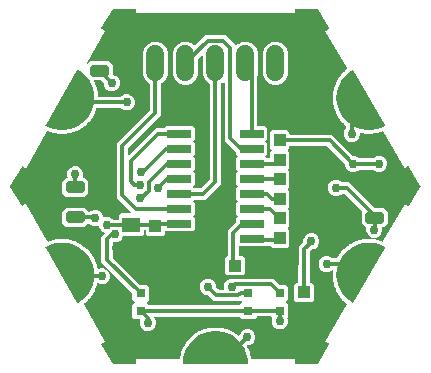
<source format=gbr>
G04 EAGLE Gerber RS-274X export*
G75*
%MOMM*%
%FSLAX34Y34*%
%LPD*%
%INTop Copper*%
%IPPOS*%
%AMOC8*
5,1,8,0,0,1.08239X$1,22.5*%
G01*
%ADD10R,0.800000X0.800000*%
%ADD11R,1.100000X1.000000*%
%ADD12C,0.499997*%
%ADD13C,1.000000*%
%ADD14R,1.500000X1.300000*%
%ADD15R,1.000000X1.100000*%
%ADD16R,2.032000X0.660400*%
%ADD17C,1.524000*%
%ADD18C,0.355600*%
%ADD19C,0.756400*%
%ADD20C,0.254000*%

G36*
X279138Y196216D02*
X279138Y196216D01*
X279166Y196214D01*
X279234Y196236D01*
X279305Y196250D01*
X279328Y196266D01*
X279355Y196275D01*
X279410Y196322D01*
X279469Y196363D01*
X279484Y196387D01*
X279506Y196405D01*
X279537Y196470D01*
X279576Y196530D01*
X279581Y196558D01*
X279593Y196584D01*
X279602Y196685D01*
X279609Y196727D01*
X279607Y196737D01*
X279608Y196750D01*
X279365Y199800D01*
X279356Y199832D01*
X279352Y199879D01*
X279259Y200259D01*
X315859Y200259D01*
X315907Y200268D01*
X315956Y200268D01*
X316004Y200288D01*
X316055Y200298D01*
X316096Y200326D01*
X316141Y200345D01*
X316178Y200382D01*
X316221Y200411D01*
X316248Y200452D01*
X316282Y200487D01*
X316305Y200541D01*
X316330Y200579D01*
X316336Y200614D01*
X316353Y200653D01*
X316484Y201227D01*
X316485Y201262D01*
X316495Y201302D01*
X316583Y202465D01*
X316685Y202553D01*
X316728Y202609D01*
X316778Y202659D01*
X316791Y202689D01*
X316808Y202712D01*
X316822Y202761D01*
X316849Y202825D01*
X317153Y204157D01*
X317155Y204227D01*
X317165Y204297D01*
X317157Y204329D01*
X317158Y204357D01*
X317139Y204405D01*
X317123Y204473D01*
X317069Y204597D01*
X317495Y205682D01*
X317501Y205716D01*
X317517Y205754D01*
X317777Y206891D01*
X317891Y206963D01*
X317942Y207012D01*
X317999Y207054D01*
X318016Y207082D01*
X318037Y207101D01*
X318057Y207148D01*
X318094Y207207D01*
X318593Y208479D01*
X318605Y208548D01*
X318626Y208616D01*
X318623Y208649D01*
X318628Y208676D01*
X318616Y208727D01*
X318611Y208796D01*
X318576Y208926D01*
X319159Y209936D01*
X319170Y209969D01*
X319191Y210004D01*
X319617Y211090D01*
X319741Y211144D01*
X319799Y211184D01*
X319862Y211218D01*
X319883Y211243D01*
X319906Y211259D01*
X319933Y211302D01*
X319978Y211355D01*
X320661Y212538D01*
X320683Y212605D01*
X320714Y212669D01*
X320716Y212702D01*
X320725Y212728D01*
X320721Y212780D01*
X320726Y212849D01*
X320711Y212983D01*
X321438Y213895D01*
X321453Y213926D01*
X321480Y213957D01*
X322063Y214967D01*
X322194Y215002D01*
X322257Y215033D01*
X322324Y215057D01*
X322348Y215079D01*
X322373Y215091D01*
X322407Y215130D01*
X322459Y215176D01*
X323311Y216244D01*
X323343Y216307D01*
X323383Y216365D01*
X323390Y216397D01*
X323402Y216422D01*
X323406Y216473D01*
X323421Y216541D01*
X323426Y216676D01*
X324281Y217469D01*
X324301Y217498D01*
X324333Y217525D01*
X325060Y218436D01*
X325194Y218452D01*
X325261Y218473D01*
X325331Y218487D01*
X325358Y218504D01*
X325385Y218513D01*
X325424Y218547D01*
X325482Y218584D01*
X326484Y219513D01*
X326525Y219570D01*
X326573Y219622D01*
X326584Y219653D01*
X326601Y219676D01*
X326612Y219726D01*
X326637Y219791D01*
X326662Y219923D01*
X327626Y220580D01*
X327650Y220605D01*
X327685Y220628D01*
X328540Y221421D01*
X328675Y221416D01*
X328744Y221427D01*
X328815Y221430D01*
X328845Y221443D01*
X328873Y221448D01*
X328916Y221475D01*
X328979Y221503D01*
X330108Y222273D01*
X330157Y222323D01*
X330212Y222368D01*
X330229Y222396D01*
X330248Y222416D01*
X330267Y222464D01*
X330301Y222525D01*
X330346Y222652D01*
X331396Y223158D01*
X331424Y223179D01*
X331462Y223196D01*
X332425Y223853D01*
X332558Y223828D01*
X332629Y223829D01*
X332699Y223821D01*
X332731Y223830D01*
X332759Y223830D01*
X332806Y223851D01*
X332873Y223869D01*
X334104Y224462D01*
X334160Y224504D01*
X334221Y224540D01*
X334241Y224566D01*
X334263Y224583D01*
X334289Y224627D01*
X334332Y224682D01*
X334395Y224801D01*
X335509Y225145D01*
X335523Y225152D01*
X335529Y225154D01*
X335541Y225162D01*
X335580Y225173D01*
X336630Y225679D01*
X336758Y225634D01*
X336828Y225624D01*
X336896Y225606D01*
X336929Y225610D01*
X336957Y225606D01*
X337006Y225620D01*
X337075Y225628D01*
X338381Y226031D01*
X338443Y226064D01*
X338508Y226091D01*
X338532Y226113D01*
X338557Y226126D01*
X338589Y226167D01*
X338639Y226214D01*
X338720Y226323D01*
X339873Y226497D01*
X339905Y226509D01*
X339946Y226514D01*
X341061Y226857D01*
X341180Y226794D01*
X341248Y226774D01*
X341313Y226746D01*
X341345Y226745D01*
X341372Y226737D01*
X341424Y226743D01*
X341493Y226741D01*
X342844Y226945D01*
X342910Y226969D01*
X342979Y226985D01*
X343006Y227004D01*
X343032Y227013D01*
X343070Y227048D01*
X343127Y227088D01*
X343222Y227183D01*
X344388Y227183D01*
X344422Y227190D01*
X344464Y227189D01*
X345617Y227363D01*
X345726Y227282D01*
X345790Y227253D01*
X345850Y227215D01*
X345882Y227209D01*
X345907Y227198D01*
X345959Y227196D01*
X346027Y227183D01*
X347393Y227183D01*
X347462Y227197D01*
X347533Y227203D01*
X347562Y227217D01*
X347590Y227223D01*
X347632Y227252D01*
X347694Y227282D01*
X347803Y227363D01*
X348956Y227189D01*
X348991Y227191D01*
X349032Y227183D01*
X350198Y227183D01*
X350293Y227088D01*
X350352Y227049D01*
X350406Y227003D01*
X350437Y226992D01*
X350460Y226977D01*
X350511Y226967D01*
X350576Y226945D01*
X351927Y226741D01*
X351998Y226745D01*
X352068Y226740D01*
X352099Y226750D01*
X352127Y226751D01*
X352174Y226773D01*
X352240Y226794D01*
X352359Y226857D01*
X353474Y226514D01*
X353508Y226510D01*
X353547Y226497D01*
X354700Y226323D01*
X354781Y226214D01*
X354833Y226167D01*
X354879Y226114D01*
X354909Y226098D01*
X354929Y226080D01*
X354978Y226063D01*
X355039Y226031D01*
X356345Y225628D01*
X356415Y225621D01*
X356484Y225606D01*
X356516Y225611D01*
X356544Y225608D01*
X356594Y225623D01*
X356662Y225634D01*
X356790Y225679D01*
X357840Y225173D01*
X357874Y225164D01*
X357911Y225145D01*
X359025Y224801D01*
X359088Y224682D01*
X359133Y224627D01*
X359171Y224568D01*
X359197Y224548D01*
X359215Y224527D01*
X359260Y224502D01*
X359316Y224462D01*
X360547Y223869D01*
X360616Y223852D01*
X360681Y223826D01*
X360714Y223826D01*
X360741Y223819D01*
X360792Y223827D01*
X360862Y223828D01*
X360995Y223853D01*
X361958Y223196D01*
X361990Y223182D01*
X362024Y223158D01*
X363074Y222652D01*
X363119Y222525D01*
X363155Y222464D01*
X363183Y222399D01*
X363207Y222376D01*
X363221Y222352D01*
X363262Y222321D01*
X363312Y222273D01*
X364441Y221503D01*
X364506Y221476D01*
X364567Y221441D01*
X364599Y221436D01*
X364625Y221425D01*
X364677Y221425D01*
X364745Y221416D01*
X364880Y221421D01*
X365735Y220628D01*
X365765Y220609D01*
X365794Y220580D01*
X366297Y220238D01*
X366349Y220216D01*
X366398Y220185D01*
X366441Y220177D01*
X366481Y220160D01*
X366539Y220160D01*
X366595Y220150D01*
X366638Y220160D01*
X366682Y220160D01*
X366735Y220182D01*
X366791Y220195D01*
X366826Y220220D01*
X366867Y220237D01*
X366907Y220278D01*
X366954Y220311D01*
X366980Y220352D01*
X367007Y220380D01*
X367023Y220419D01*
X367051Y220463D01*
X367998Y222750D01*
X369920Y224672D01*
X371083Y225154D01*
X372307Y225661D01*
X372431Y225712D01*
X375148Y225712D01*
X377659Y224672D01*
X379580Y222750D01*
X380620Y220240D01*
X380620Y217522D01*
X379580Y215012D01*
X377659Y213090D01*
X377200Y212900D01*
X375976Y212393D01*
X375975Y212393D01*
X375148Y212050D01*
X374032Y212050D01*
X373936Y212031D01*
X373842Y212013D01*
X373839Y212011D01*
X373835Y212011D01*
X373755Y211956D01*
X373674Y211903D01*
X373672Y211900D01*
X373669Y211898D01*
X373617Y211817D01*
X373563Y211736D01*
X373562Y211733D01*
X373560Y211730D01*
X373543Y211635D01*
X373524Y211540D01*
X373525Y211536D01*
X373525Y211533D01*
X373546Y211438D01*
X373565Y211343D01*
X373567Y211341D01*
X373568Y211337D01*
X373625Y211258D01*
X373679Y211178D01*
X373682Y211176D01*
X373684Y211174D01*
X373714Y211155D01*
X373799Y211098D01*
X374229Y210004D01*
X374247Y209975D01*
X374261Y209936D01*
X374844Y208926D01*
X374809Y208796D01*
X374805Y208725D01*
X374792Y208656D01*
X374799Y208623D01*
X374797Y208596D01*
X374814Y208547D01*
X374827Y208479D01*
X375326Y207207D01*
X375365Y207148D01*
X375395Y207085D01*
X375420Y207062D01*
X375435Y207039D01*
X375477Y207010D01*
X375529Y206963D01*
X375643Y206891D01*
X375903Y205754D01*
X375917Y205723D01*
X375925Y205682D01*
X376351Y204597D01*
X376297Y204473D01*
X376282Y204404D01*
X376259Y204337D01*
X376260Y204304D01*
X376255Y204277D01*
X376264Y204226D01*
X376267Y204157D01*
X376571Y202825D01*
X376600Y202761D01*
X376621Y202693D01*
X376642Y202668D01*
X376654Y202642D01*
X376691Y202607D01*
X376735Y202553D01*
X376837Y202465D01*
X376925Y201302D01*
X376934Y201269D01*
X376936Y201227D01*
X377067Y200653D01*
X377087Y200608D01*
X377098Y200560D01*
X377128Y200518D01*
X377149Y200470D01*
X377185Y200437D01*
X377214Y200397D01*
X377258Y200369D01*
X377296Y200334D01*
X377342Y200317D01*
X377384Y200291D01*
X377441Y200280D01*
X377484Y200265D01*
X377520Y200266D01*
X377561Y200259D01*
X414161Y200259D01*
X414068Y199879D01*
X414066Y199845D01*
X414055Y199800D01*
X413812Y196750D01*
X413816Y196721D01*
X413811Y196693D01*
X413828Y196624D01*
X413836Y196552D01*
X413851Y196528D01*
X413857Y196500D01*
X413900Y196442D01*
X413936Y196380D01*
X413958Y196363D01*
X413975Y196340D01*
X414037Y196303D01*
X414094Y196260D01*
X414122Y196253D01*
X414146Y196238D01*
X414246Y196222D01*
X414287Y196211D01*
X414297Y196213D01*
X414310Y196211D01*
X433310Y196211D01*
X433386Y196226D01*
X433464Y196235D01*
X433483Y196246D01*
X433505Y196250D01*
X433569Y196294D01*
X433637Y196333D01*
X433653Y196352D01*
X433669Y196363D01*
X433693Y196401D01*
X433743Y196461D01*
X443243Y212961D01*
X443252Y212988D01*
X443268Y213012D01*
X443283Y213082D01*
X443306Y213150D01*
X443303Y213178D01*
X443309Y213206D01*
X443296Y213277D01*
X443290Y213348D01*
X443277Y213373D01*
X443271Y213401D01*
X443231Y213461D01*
X443198Y213524D01*
X443176Y213542D01*
X443160Y213566D01*
X443077Y213624D01*
X443045Y213651D01*
X443034Y213654D01*
X443024Y213661D01*
X440258Y214970D01*
X440225Y214978D01*
X440182Y214998D01*
X439829Y215100D01*
X458104Y246753D01*
X458120Y246800D01*
X458145Y246843D01*
X458152Y246894D01*
X458168Y246943D01*
X458164Y246993D01*
X458171Y247042D01*
X458157Y247092D01*
X458153Y247143D01*
X458131Y247187D01*
X458118Y247235D01*
X458083Y247281D01*
X458062Y247322D01*
X458035Y247345D01*
X458010Y247379D01*
X457583Y247775D01*
X457553Y247793D01*
X457524Y247822D01*
X456560Y248478D01*
X456535Y248611D01*
X456509Y248677D01*
X456490Y248745D01*
X456470Y248771D01*
X456460Y248797D01*
X456423Y248833D01*
X456382Y248889D01*
X455378Y249819D01*
X455318Y249856D01*
X455263Y249900D01*
X455231Y249909D01*
X455207Y249924D01*
X455156Y249931D01*
X455090Y249951D01*
X454956Y249966D01*
X454228Y250878D01*
X454202Y250900D01*
X454177Y250933D01*
X453322Y251726D01*
X453317Y251861D01*
X453300Y251930D01*
X453292Y252000D01*
X453276Y252029D01*
X453270Y252056D01*
X453239Y252098D01*
X453206Y252158D01*
X452353Y253228D01*
X452299Y253273D01*
X452250Y253325D01*
X452221Y253339D01*
X452199Y253357D01*
X452150Y253372D01*
X452087Y253402D01*
X451957Y253437D01*
X451373Y254446D01*
X451350Y254472D01*
X451331Y254509D01*
X450603Y255420D01*
X450618Y255555D01*
X450612Y255625D01*
X450615Y255695D01*
X450603Y255726D01*
X450601Y255754D01*
X450577Y255800D01*
X450554Y255865D01*
X449869Y257050D01*
X449822Y257103D01*
X449782Y257161D01*
X449755Y257179D01*
X449736Y257200D01*
X449690Y257223D01*
X449633Y257261D01*
X449509Y257315D01*
X449082Y258400D01*
X449063Y258430D01*
X449049Y258469D01*
X448466Y259478D01*
X448501Y259609D01*
X448505Y259679D01*
X448518Y259749D01*
X448512Y259781D01*
X448513Y259809D01*
X448497Y259858D01*
X448483Y259926D01*
X447983Y261199D01*
X447945Y261258D01*
X447914Y261322D01*
X447889Y261344D01*
X447874Y261368D01*
X447832Y261397D01*
X447780Y261443D01*
X447666Y261515D01*
X447406Y262652D01*
X447392Y262683D01*
X447384Y262724D01*
X446957Y263809D01*
X447011Y263933D01*
X447026Y264003D01*
X447049Y264069D01*
X447048Y264102D01*
X447054Y264129D01*
X447044Y264178D01*
X447045Y264183D01*
X447044Y264190D01*
X447041Y264249D01*
X446736Y265583D01*
X446707Y265647D01*
X446686Y265715D01*
X446665Y265740D01*
X446654Y265766D01*
X446616Y265801D01*
X446572Y265855D01*
X446470Y265943D01*
X446382Y267106D01*
X446373Y267139D01*
X446371Y267181D01*
X446111Y268317D01*
X446183Y268432D01*
X446208Y268498D01*
X446241Y268560D01*
X446244Y268593D01*
X446254Y268619D01*
X446252Y268671D01*
X446259Y268740D01*
X446156Y270104D01*
X446137Y270172D01*
X446126Y270242D01*
X446110Y270270D01*
X446102Y270297D01*
X446070Y270337D01*
X446035Y270397D01*
X445947Y270500D01*
X446033Y271662D01*
X446029Y271697D01*
X446033Y271738D01*
X445946Y272901D01*
X446034Y273003D01*
X446069Y273065D01*
X446110Y273122D01*
X446119Y273154D01*
X446132Y273178D01*
X446138Y273229D01*
X446155Y273296D01*
X446257Y274661D01*
X446248Y274731D01*
X446248Y274802D01*
X446236Y274832D01*
X446232Y274860D01*
X446207Y274905D01*
X446181Y274969D01*
X446109Y275083D01*
X446117Y275121D01*
X446119Y275181D01*
X446130Y275239D01*
X446121Y275280D01*
X446123Y275322D01*
X446101Y275377D01*
X446089Y275435D01*
X446065Y275469D01*
X446050Y275508D01*
X446008Y275551D01*
X445974Y275600D01*
X445939Y275622D01*
X445910Y275652D01*
X445855Y275675D01*
X445805Y275707D01*
X445764Y275714D01*
X445726Y275731D01*
X445666Y275731D01*
X445607Y275741D01*
X445567Y275731D01*
X445525Y275732D01*
X445470Y275709D01*
X445412Y275695D01*
X445375Y275669D01*
X445340Y275655D01*
X445309Y275624D01*
X445264Y275593D01*
X444788Y275116D01*
X443988Y274785D01*
X443987Y274785D01*
X442763Y274278D01*
X442278Y274077D01*
X439560Y274077D01*
X437050Y275116D01*
X435128Y277038D01*
X434088Y279549D01*
X434088Y282266D01*
X435128Y284777D01*
X437050Y286698D01*
X437870Y287038D01*
X439095Y287545D01*
X439560Y287738D01*
X442278Y287738D01*
X444788Y286698D01*
X445604Y285883D01*
X445610Y285878D01*
X445615Y285872D01*
X445693Y285823D01*
X445771Y285772D01*
X445778Y285770D01*
X445785Y285766D01*
X445962Y285734D01*
X449015Y285734D01*
X449026Y285736D01*
X449037Y285735D01*
X449124Y285756D01*
X449211Y285774D01*
X449221Y285780D01*
X449232Y285783D01*
X449303Y285836D01*
X449377Y285886D01*
X449383Y285896D01*
X449393Y285903D01*
X449479Y286043D01*
X449486Y286054D01*
X449486Y286055D01*
X449487Y286056D01*
X449499Y286087D01*
X449623Y286142D01*
X449681Y286182D01*
X449743Y286215D01*
X449765Y286240D01*
X449787Y286256D01*
X449815Y286300D01*
X449860Y286353D01*
X450543Y287538D01*
X450566Y287605D01*
X450596Y287669D01*
X450598Y287702D01*
X450607Y287728D01*
X450604Y287780D01*
X450608Y287849D01*
X450593Y287983D01*
X451320Y288895D01*
X451336Y288926D01*
X451362Y288958D01*
X451945Y289968D01*
X452076Y290003D01*
X452139Y290034D01*
X452205Y290058D01*
X452230Y290079D01*
X452255Y290092D01*
X452289Y290131D01*
X452341Y290176D01*
X453194Y291247D01*
X453226Y291309D01*
X453265Y291368D01*
X453267Y291374D01*
X453269Y291377D01*
X453273Y291401D01*
X453285Y291425D01*
X453289Y291476D01*
X453304Y291544D01*
X453309Y291679D01*
X454163Y292472D01*
X454184Y292501D01*
X454215Y292528D01*
X454942Y293440D01*
X455076Y293455D01*
X455143Y293477D01*
X455213Y293490D01*
X455240Y293508D01*
X455267Y293516D01*
X455306Y293550D01*
X455364Y293587D01*
X456367Y294518D01*
X456408Y294576D01*
X456456Y294628D01*
X456468Y294658D01*
X456484Y294681D01*
X456496Y294731D01*
X456520Y294796D01*
X456545Y294929D01*
X457508Y295586D01*
X457533Y295611D01*
X457568Y295633D01*
X458422Y296427D01*
X458557Y296422D01*
X458627Y296433D01*
X458698Y296436D01*
X458728Y296449D01*
X458755Y296454D01*
X458799Y296481D01*
X458862Y296509D01*
X459993Y297281D01*
X460042Y297331D01*
X460097Y297375D01*
X460113Y297404D01*
X460133Y297424D01*
X460151Y297472D01*
X460185Y297532D01*
X460230Y297660D01*
X461280Y298166D01*
X461308Y298187D01*
X461346Y298204D01*
X462309Y298861D01*
X462442Y298836D01*
X462513Y298837D01*
X462583Y298829D01*
X462615Y298838D01*
X462643Y298839D01*
X462690Y298859D01*
X462757Y298878D01*
X463989Y299472D01*
X464045Y299514D01*
X464106Y299550D01*
X464127Y299576D01*
X464149Y299593D01*
X464175Y299637D01*
X464218Y299692D01*
X464281Y299811D01*
X465395Y300155D01*
X465425Y300172D01*
X465465Y300183D01*
X466516Y300689D01*
X466643Y300645D01*
X466713Y300635D01*
X466782Y300617D01*
X466814Y300621D01*
X466842Y300617D01*
X466892Y300631D01*
X466960Y300639D01*
X468268Y301043D01*
X468330Y301076D01*
X468395Y301103D01*
X468419Y301125D01*
X468444Y301138D01*
X468476Y301179D01*
X468526Y301226D01*
X468607Y301335D01*
X469760Y301509D01*
X469792Y301521D01*
X469833Y301526D01*
X470947Y301870D01*
X471067Y301807D01*
X471135Y301787D01*
X471200Y301759D01*
X471232Y301758D01*
X471259Y301750D01*
X471311Y301756D01*
X471380Y301754D01*
X472733Y301958D01*
X472799Y301983D01*
X472868Y301999D01*
X472895Y302017D01*
X472921Y302027D01*
X472959Y302062D01*
X473016Y302101D01*
X473111Y302197D01*
X474277Y302197D01*
X474312Y302204D01*
X474353Y302203D01*
X475506Y302377D01*
X475615Y302297D01*
X475679Y302267D01*
X475739Y302230D01*
X475771Y302224D01*
X475796Y302212D01*
X475848Y302210D01*
X475916Y302198D01*
X477284Y302198D01*
X477354Y302212D01*
X477424Y302218D01*
X477453Y302232D01*
X477481Y302238D01*
X477524Y302267D01*
X477586Y302298D01*
X477694Y302378D01*
X478847Y302205D01*
X478882Y302206D01*
X478923Y302199D01*
X479474Y302199D01*
X479475Y302199D01*
X479476Y302199D01*
X479572Y302219D01*
X479670Y302239D01*
X479671Y302239D01*
X479673Y302240D01*
X479754Y302295D01*
X479836Y302351D01*
X479837Y302352D01*
X479838Y302353D01*
X479892Y302438D01*
X479945Y302520D01*
X479946Y302521D01*
X479946Y302522D01*
X479963Y302619D01*
X479981Y302717D01*
X479981Y302718D01*
X479981Y302719D01*
X479959Y302815D01*
X479937Y302912D01*
X479936Y302913D01*
X479936Y302915D01*
X479878Y302996D01*
X479821Y303076D01*
X479820Y303077D01*
X479819Y303078D01*
X479668Y303175D01*
X477461Y304089D01*
X475539Y306011D01*
X474499Y308521D01*
X474499Y311239D01*
X474605Y311493D01*
X474605Y311497D01*
X474608Y311500D01*
X474625Y311595D01*
X474643Y311690D01*
X474642Y311694D01*
X474643Y311698D01*
X474622Y311791D01*
X474603Y311886D01*
X474600Y311889D01*
X474600Y311893D01*
X474544Y311972D01*
X474489Y312051D01*
X474486Y312053D01*
X474484Y312057D01*
X474401Y312108D01*
X474321Y312160D01*
X474317Y312160D01*
X474313Y312162D01*
X474136Y312194D01*
X473943Y312194D01*
X470693Y315445D01*
X470693Y325044D01*
X470740Y325118D01*
X470792Y325197D01*
X470793Y325202D01*
X470796Y325207D01*
X470812Y325301D01*
X470830Y325394D01*
X470829Y325399D01*
X470830Y325404D01*
X470808Y325497D01*
X470788Y325590D01*
X470785Y325594D01*
X470784Y325599D01*
X470681Y325747D01*
X455964Y340465D01*
X455957Y340469D01*
X455953Y340475D01*
X455874Y340524D01*
X455797Y340576D01*
X455789Y340577D01*
X455783Y340581D01*
X455605Y340613D01*
X453978Y340613D01*
X453970Y340612D01*
X453962Y340613D01*
X453872Y340592D01*
X453781Y340574D01*
X453774Y340569D01*
X453767Y340567D01*
X453619Y340465D01*
X452803Y339649D01*
X451733Y339206D01*
X451732Y339206D01*
X450508Y338698D01*
X450293Y338609D01*
X447575Y338609D01*
X445065Y339649D01*
X443143Y341571D01*
X442103Y344081D01*
X442103Y346799D01*
X443143Y349309D01*
X445065Y351231D01*
X445615Y351459D01*
X446840Y351966D01*
X447575Y352271D01*
X450293Y352271D01*
X452803Y351231D01*
X453619Y350415D01*
X453625Y350411D01*
X453630Y350405D01*
X453709Y350356D01*
X453786Y350304D01*
X453794Y350303D01*
X453800Y350299D01*
X453978Y350267D01*
X459814Y350267D01*
X481640Y328440D01*
X481647Y328436D01*
X481651Y328430D01*
X481730Y328381D01*
X481807Y328330D01*
X481815Y328328D01*
X481822Y328324D01*
X481999Y328292D01*
X489540Y328292D01*
X492790Y325042D01*
X492790Y315445D01*
X489540Y312194D01*
X488524Y312194D01*
X488520Y312194D01*
X488516Y312194D01*
X488422Y312174D01*
X488327Y312155D01*
X488324Y312153D01*
X488320Y312152D01*
X488241Y312096D01*
X488162Y312042D01*
X488160Y312039D01*
X488156Y312037D01*
X488105Y311955D01*
X488052Y311874D01*
X488052Y311870D01*
X488050Y311867D01*
X488034Y311772D01*
X488017Y311677D01*
X488018Y311673D01*
X488017Y311669D01*
X488055Y311493D01*
X488161Y311239D01*
X488161Y308521D01*
X487121Y306011D01*
X485199Y304089D01*
X484255Y303698D01*
X483031Y303191D01*
X482689Y303049D01*
X480464Y303049D01*
X480461Y303049D01*
X480458Y303049D01*
X480364Y303029D01*
X480267Y303010D01*
X480265Y303008D01*
X480262Y303008D01*
X480182Y302952D01*
X480101Y302897D01*
X480100Y302895D01*
X480098Y302893D01*
X480045Y302811D01*
X479992Y302729D01*
X479992Y302726D01*
X479990Y302724D01*
X479974Y302628D01*
X479956Y302532D01*
X479957Y302529D01*
X479957Y302526D01*
X479979Y302432D01*
X480000Y302336D01*
X480002Y302334D01*
X480002Y302331D01*
X480105Y302183D01*
X480185Y302104D01*
X480243Y302065D01*
X480297Y302019D01*
X480328Y302008D01*
X480352Y301993D01*
X480402Y301983D01*
X480468Y301961D01*
X481821Y301757D01*
X481891Y301761D01*
X481962Y301756D01*
X481993Y301766D01*
X482021Y301767D01*
X482068Y301790D01*
X482134Y301811D01*
X482253Y301874D01*
X483367Y301530D01*
X483402Y301527D01*
X483441Y301514D01*
X484594Y301340D01*
X484675Y301231D01*
X484727Y301184D01*
X484773Y301131D01*
X484802Y301116D01*
X484823Y301097D01*
X484872Y301080D01*
X484933Y301048D01*
X486241Y300645D01*
X486311Y300638D01*
X486380Y300623D01*
X486413Y300628D01*
X486440Y300625D01*
X486490Y300640D01*
X486558Y300651D01*
X486686Y300696D01*
X487736Y300190D01*
X487770Y300182D01*
X487807Y300163D01*
X488382Y299986D01*
X488431Y299981D01*
X488478Y299966D01*
X488529Y299971D01*
X488581Y299966D01*
X488628Y299980D01*
X488677Y299985D01*
X488723Y300009D01*
X488773Y300024D01*
X488810Y300056D01*
X488854Y300079D01*
X488891Y300124D01*
X488927Y300153D01*
X488943Y300184D01*
X488970Y300217D01*
X507247Y331874D01*
X507541Y331592D01*
X507569Y331574D01*
X507603Y331541D01*
X510126Y329799D01*
X510153Y329788D01*
X510175Y329769D01*
X510244Y329749D01*
X510309Y329721D01*
X510338Y329721D01*
X510366Y329713D01*
X510437Y329721D01*
X510508Y329721D01*
X510535Y329732D01*
X510564Y329735D01*
X510626Y329770D01*
X510691Y329798D01*
X510712Y329818D01*
X510737Y329833D01*
X510800Y329910D01*
X510830Y329940D01*
X510834Y329950D01*
X510843Y329961D01*
X520343Y346461D01*
X520353Y346493D01*
X520362Y346506D01*
X520366Y346530D01*
X520367Y346534D01*
X520398Y346604D01*
X520398Y346628D01*
X520406Y346650D01*
X520400Y346726D01*
X520401Y346803D01*
X520391Y346827D01*
X520390Y346848D01*
X520369Y346887D01*
X520343Y346959D01*
X510843Y363459D01*
X510824Y363481D01*
X510811Y363507D01*
X510758Y363555D01*
X510711Y363608D01*
X510685Y363621D01*
X510664Y363640D01*
X510596Y363663D01*
X510532Y363694D01*
X510503Y363696D01*
X510476Y363705D01*
X510404Y363700D01*
X510333Y363703D01*
X510306Y363693D01*
X510277Y363691D01*
X510187Y363649D01*
X510147Y363634D01*
X510139Y363627D01*
X510126Y363621D01*
X507603Y361879D01*
X507579Y361855D01*
X507541Y361828D01*
X507247Y361546D01*
X488970Y393203D01*
X488938Y393240D01*
X488913Y393283D01*
X488872Y393315D01*
X488838Y393354D01*
X488793Y393375D01*
X488754Y393405D01*
X488704Y393418D01*
X488657Y393441D01*
X488608Y393444D01*
X488560Y393456D01*
X488503Y393449D01*
X488457Y393451D01*
X488424Y393439D01*
X488382Y393434D01*
X487807Y393257D01*
X487776Y393241D01*
X487736Y393230D01*
X486686Y392724D01*
X486558Y392769D01*
X486488Y392779D01*
X486420Y392797D01*
X486387Y392793D01*
X486360Y392796D01*
X486310Y392783D01*
X486241Y392775D01*
X484933Y392372D01*
X484871Y392338D01*
X484806Y392312D01*
X484782Y392290D01*
X484757Y392276D01*
X484725Y392236D01*
X484675Y392189D01*
X484594Y392080D01*
X483441Y391906D01*
X483409Y391895D01*
X483367Y391890D01*
X482253Y391546D01*
X482134Y391609D01*
X482066Y391629D01*
X482001Y391657D01*
X481968Y391658D01*
X481941Y391666D01*
X481890Y391661D01*
X481821Y391663D01*
X480468Y391459D01*
X480401Y391435D01*
X480333Y391419D01*
X480306Y391400D01*
X480279Y391391D01*
X480242Y391356D01*
X480185Y391316D01*
X480089Y391221D01*
X478923Y391221D01*
X478889Y391214D01*
X478847Y391215D01*
X477694Y391042D01*
X477586Y391122D01*
X477522Y391152D01*
X477462Y391190D01*
X477429Y391195D01*
X477404Y391207D01*
X477352Y391209D01*
X477284Y391222D01*
X475916Y391222D01*
X475847Y391208D01*
X475777Y391203D01*
X475747Y391188D01*
X475720Y391183D01*
X475677Y391154D01*
X475615Y391123D01*
X475506Y391043D01*
X474353Y391217D01*
X474318Y391215D01*
X474277Y391223D01*
X473111Y391223D01*
X473016Y391319D01*
X472957Y391358D01*
X472903Y391403D01*
X472872Y391414D01*
X472849Y391430D01*
X472798Y391439D01*
X472733Y391462D01*
X471380Y391666D01*
X471309Y391663D01*
X471239Y391667D01*
X471208Y391658D01*
X471180Y391656D01*
X471133Y391634D01*
X471067Y391613D01*
X470948Y391550D01*
X469833Y391894D01*
X469799Y391897D01*
X469760Y391911D01*
X469694Y391921D01*
X469650Y391919D01*
X469608Y391926D01*
X469551Y391914D01*
X469493Y391911D01*
X469454Y391892D01*
X469412Y391883D01*
X469365Y391849D01*
X469313Y391824D01*
X469284Y391792D01*
X469249Y391767D01*
X469218Y391718D01*
X469180Y391674D01*
X469166Y391633D01*
X469143Y391596D01*
X469131Y391532D01*
X469115Y391485D01*
X469117Y391454D01*
X469111Y391419D01*
X469111Y389801D01*
X468071Y387291D01*
X466149Y385369D01*
X466140Y385365D01*
X464916Y384858D01*
X464915Y384858D01*
X463691Y384351D01*
X463639Y384329D01*
X460921Y384329D01*
X458411Y385369D01*
X456489Y387291D01*
X455449Y389801D01*
X455449Y392519D01*
X456489Y395029D01*
X457305Y395845D01*
X457309Y395851D01*
X457315Y395856D01*
X457364Y395934D01*
X457416Y396012D01*
X457417Y396020D01*
X457421Y396026D01*
X457453Y396203D01*
X457453Y397604D01*
X457442Y397658D01*
X457441Y397713D01*
X457423Y397755D01*
X457414Y397800D01*
X457383Y397846D01*
X457360Y397896D01*
X457324Y397932D01*
X457301Y397966D01*
X457267Y397988D01*
X457232Y398023D01*
X456545Y398491D01*
X456520Y398624D01*
X456494Y398689D01*
X456475Y398758D01*
X456455Y398784D01*
X456445Y398810D01*
X456408Y398846D01*
X456367Y398902D01*
X455364Y399833D01*
X455304Y399869D01*
X455249Y399913D01*
X455217Y399923D01*
X455193Y399937D01*
X455142Y399945D01*
X455076Y399965D01*
X454942Y399980D01*
X454215Y400892D01*
X454188Y400914D01*
X454163Y400948D01*
X453309Y401741D01*
X453304Y401876D01*
X453287Y401945D01*
X453279Y402015D01*
X453264Y402044D01*
X453257Y402071D01*
X453226Y402113D01*
X453194Y402173D01*
X452341Y403244D01*
X452287Y403289D01*
X452239Y403341D01*
X452209Y403355D01*
X452187Y403373D01*
X452138Y403388D01*
X452076Y403417D01*
X451945Y403452D01*
X451362Y404462D01*
X451339Y404488D01*
X451320Y404525D01*
X450593Y405437D01*
X450608Y405571D01*
X450602Y405642D01*
X450604Y405712D01*
X450593Y405743D01*
X450591Y405771D01*
X450567Y405817D01*
X450543Y405882D01*
X449860Y407067D01*
X449813Y407120D01*
X449773Y407178D01*
X449746Y407196D01*
X449727Y407217D01*
X449681Y407240D01*
X449623Y407278D01*
X449499Y407333D01*
X449074Y408418D01*
X449068Y408427D01*
X449066Y408437D01*
X449051Y408458D01*
X449041Y408486D01*
X448458Y409496D01*
X448493Y409627D01*
X448498Y409697D01*
X448510Y409767D01*
X448504Y409799D01*
X448506Y409827D01*
X448489Y409876D01*
X448476Y409944D01*
X447976Y411217D01*
X447938Y411277D01*
X447907Y411340D01*
X447883Y411362D01*
X447867Y411386D01*
X447825Y411415D01*
X447774Y411462D01*
X447659Y411534D01*
X447400Y412671D01*
X447386Y412702D01*
X447378Y412743D01*
X446952Y413829D01*
X447006Y413952D01*
X447021Y414021D01*
X447044Y414088D01*
X447043Y414121D01*
X447049Y414148D01*
X447039Y414199D01*
X447036Y414268D01*
X446732Y415602D01*
X446703Y415667D01*
X446682Y415734D01*
X446661Y415760D01*
X446650Y415785D01*
X446612Y415820D01*
X446568Y415874D01*
X446466Y415962D01*
X446379Y417125D01*
X446370Y417159D01*
X446368Y417200D01*
X446109Y418337D01*
X446181Y418451D01*
X446206Y418517D01*
X446239Y418580D01*
X446242Y418613D01*
X446252Y418639D01*
X446250Y418690D01*
X446257Y418759D01*
X446155Y420124D01*
X446136Y420192D01*
X446126Y420261D01*
X446109Y420290D01*
X446101Y420317D01*
X446069Y420357D01*
X446034Y420417D01*
X445946Y420519D01*
X446033Y421682D01*
X446029Y421716D01*
X446033Y421758D01*
X445947Y422920D01*
X446035Y423023D01*
X446070Y423085D01*
X446111Y423142D01*
X446119Y423173D01*
X446133Y423198D01*
X446139Y423249D01*
X446156Y423316D01*
X446259Y424680D01*
X446250Y424750D01*
X446250Y424821D01*
X446238Y424852D01*
X446234Y424879D01*
X446209Y424924D01*
X446183Y424988D01*
X446111Y425103D01*
X446371Y426239D01*
X446372Y426274D01*
X446382Y426314D01*
X446470Y427477D01*
X446572Y427565D01*
X446616Y427621D01*
X446665Y427671D01*
X446678Y427701D01*
X446695Y427723D01*
X446709Y427773D01*
X446736Y427837D01*
X447041Y429171D01*
X447043Y429241D01*
X447053Y429311D01*
X447045Y429343D01*
X447046Y429371D01*
X447027Y429419D01*
X447011Y429487D01*
X446957Y429611D01*
X447384Y430696D01*
X447390Y430730D01*
X447406Y430768D01*
X447666Y431905D01*
X447780Y431977D01*
X447832Y432025D01*
X447888Y432068D01*
X447905Y432095D01*
X447926Y432115D01*
X447946Y432162D01*
X447983Y432221D01*
X448483Y433494D01*
X448495Y433564D01*
X448516Y433632D01*
X448513Y433664D01*
X448518Y433692D01*
X448507Y433742D01*
X448501Y433811D01*
X448466Y433942D01*
X449049Y434951D01*
X449060Y434984D01*
X449082Y435020D01*
X449509Y436105D01*
X449633Y436159D01*
X449690Y436199D01*
X449753Y436233D01*
X449774Y436258D01*
X449797Y436274D01*
X449824Y436317D01*
X449869Y436370D01*
X450554Y437555D01*
X450576Y437622D01*
X450606Y437686D01*
X450609Y437718D01*
X450618Y437745D01*
X450614Y437796D01*
X450618Y437865D01*
X450603Y438000D01*
X451331Y438911D01*
X451346Y438942D01*
X451373Y438974D01*
X451957Y439983D01*
X452087Y440018D01*
X452150Y440050D01*
X452217Y440073D01*
X452242Y440095D01*
X452267Y440107D01*
X452301Y440146D01*
X452353Y440192D01*
X453206Y441262D01*
X453238Y441324D01*
X453278Y441383D01*
X453285Y441415D01*
X453298Y441440D01*
X453302Y441491D01*
X453317Y441559D01*
X453322Y441694D01*
X454177Y442487D01*
X454197Y442515D01*
X454228Y442542D01*
X454956Y443454D01*
X455090Y443469D01*
X455157Y443490D01*
X455226Y443504D01*
X455254Y443521D01*
X455281Y443530D01*
X455320Y443564D01*
X455378Y443601D01*
X456382Y444531D01*
X456423Y444589D01*
X456471Y444641D01*
X456482Y444671D01*
X456499Y444694D01*
X456510Y444744D01*
X456535Y444809D01*
X456560Y444942D01*
X457524Y445598D01*
X457548Y445623D01*
X457583Y445645D01*
X458010Y446041D01*
X458039Y446081D01*
X458075Y446114D01*
X458097Y446162D01*
X458127Y446204D01*
X458138Y446252D01*
X458159Y446297D01*
X458160Y446348D01*
X458172Y446399D01*
X458163Y446448D01*
X458165Y446497D01*
X458145Y446551D01*
X458138Y446596D01*
X458118Y446626D01*
X458104Y446667D01*
X439829Y478320D01*
X440182Y478422D01*
X440212Y478438D01*
X440258Y478450D01*
X443024Y479759D01*
X443046Y479776D01*
X443073Y479786D01*
X443125Y479835D01*
X443183Y479878D01*
X443197Y479903D01*
X443218Y479922D01*
X443247Y479988D01*
X443283Y480050D01*
X443286Y480078D01*
X443298Y480104D01*
X443299Y480176D01*
X443308Y480247D01*
X443300Y480274D01*
X443301Y480303D01*
X443265Y480398D01*
X443254Y480438D01*
X443247Y480447D01*
X443243Y480459D01*
X433743Y496959D01*
X433691Y497018D01*
X433645Y497080D01*
X433626Y497091D01*
X433611Y497108D01*
X433541Y497142D01*
X433474Y497182D01*
X433450Y497186D01*
X433432Y497194D01*
X433387Y497196D01*
X433310Y497209D01*
X414310Y497209D01*
X414282Y497204D01*
X414254Y497206D01*
X414186Y497184D01*
X414115Y497170D01*
X414092Y497154D01*
X414065Y497145D01*
X414010Y497098D01*
X413951Y497057D01*
X413936Y497033D01*
X413915Y497015D01*
X413883Y496950D01*
X413844Y496890D01*
X413839Y496862D01*
X413827Y496836D01*
X413818Y496735D01*
X413811Y496693D01*
X413813Y496683D01*
X413812Y496670D01*
X414055Y493620D01*
X414064Y493588D01*
X414068Y493541D01*
X414161Y493161D01*
X279259Y493161D01*
X279352Y493541D01*
X279354Y493575D01*
X279365Y493620D01*
X279608Y496670D01*
X279604Y496699D01*
X279609Y496727D01*
X279592Y496796D01*
X279584Y496868D01*
X279570Y496892D01*
X279563Y496920D01*
X279520Y496978D01*
X279485Y497040D01*
X279462Y497057D01*
X279445Y497080D01*
X279383Y497117D01*
X279326Y497160D01*
X279298Y497167D01*
X279274Y497182D01*
X279174Y497198D01*
X279133Y497209D01*
X279123Y497207D01*
X279110Y497209D01*
X260110Y497209D01*
X260034Y497194D01*
X259956Y497185D01*
X259937Y497174D01*
X259915Y497170D01*
X259851Y497126D01*
X259783Y497087D01*
X259767Y497068D01*
X259751Y497057D01*
X259727Y497019D01*
X259677Y496959D01*
X250177Y480459D01*
X250168Y480432D01*
X250152Y480408D01*
X250137Y480338D01*
X250114Y480270D01*
X250117Y480242D01*
X250111Y480214D01*
X250125Y480144D01*
X250130Y480072D01*
X250143Y480047D01*
X250149Y480019D01*
X250189Y479959D01*
X250222Y479896D01*
X250244Y479878D01*
X250260Y479854D01*
X250343Y479796D01*
X250375Y479769D01*
X250386Y479766D01*
X250397Y479759D01*
X253163Y478450D01*
X253196Y478442D01*
X253238Y478422D01*
X253591Y478320D01*
X237694Y450785D01*
X237682Y450752D01*
X237663Y450723D01*
X237651Y450658D01*
X237630Y450595D01*
X237632Y450560D01*
X237626Y450526D01*
X237639Y450461D01*
X237644Y450395D01*
X237660Y450364D01*
X237667Y450330D01*
X237705Y450275D01*
X237735Y450216D01*
X237762Y450194D01*
X237782Y450165D01*
X237838Y450130D01*
X237888Y450087D01*
X237921Y450076D01*
X237951Y450058D01*
X238016Y450047D01*
X238079Y450027D01*
X238114Y450030D01*
X238148Y450024D01*
X238213Y450039D01*
X238279Y450046D01*
X238310Y450062D01*
X238344Y450070D01*
X238408Y450114D01*
X238456Y450140D01*
X238472Y450159D01*
X238492Y450173D01*
X240868Y452549D01*
X256464Y452549D01*
X259715Y449298D01*
X259715Y441551D01*
X259716Y441546D01*
X259715Y441541D01*
X259736Y441448D01*
X259754Y441354D01*
X259757Y441350D01*
X259758Y441345D01*
X259814Y441267D01*
X259867Y441189D01*
X259871Y441186D01*
X259874Y441182D01*
X259956Y441131D01*
X260035Y441079D01*
X260040Y441079D01*
X260045Y441076D01*
X260222Y441044D01*
X260312Y441044D01*
X262822Y440004D01*
X264744Y438082D01*
X265784Y435572D01*
X265784Y432854D01*
X264744Y430344D01*
X262822Y428422D01*
X261741Y427974D01*
X260517Y427467D01*
X260312Y427382D01*
X257594Y427382D01*
X255084Y428422D01*
X253162Y430344D01*
X252122Y432854D01*
X252122Y434008D01*
X252121Y434015D01*
X252122Y434023D01*
X252101Y434113D01*
X252083Y434204D01*
X252078Y434211D01*
X252076Y434218D01*
X251974Y434366D01*
X250037Y436303D01*
X250031Y436307D01*
X250026Y436314D01*
X249947Y436362D01*
X249870Y436414D01*
X249863Y436415D01*
X249856Y436419D01*
X249679Y436451D01*
X244520Y436451D01*
X244421Y436431D01*
X244325Y436412D01*
X244324Y436412D01*
X244323Y436412D01*
X244241Y436356D01*
X244158Y436300D01*
X244158Y436299D01*
X244157Y436299D01*
X244106Y436220D01*
X244049Y436132D01*
X244048Y436132D01*
X244048Y436131D01*
X244031Y436035D01*
X244012Y435935D01*
X244013Y435934D01*
X244012Y435934D01*
X244015Y435922D01*
X244047Y435759D01*
X244338Y435020D01*
X244357Y434991D01*
X244371Y434951D01*
X244954Y433942D01*
X244919Y433811D01*
X244915Y433741D01*
X244902Y433671D01*
X244908Y433639D01*
X244907Y433611D01*
X244923Y433562D01*
X244937Y433494D01*
X245437Y432221D01*
X245475Y432162D01*
X245506Y432098D01*
X245531Y432076D01*
X245546Y432052D01*
X245588Y432023D01*
X245640Y431977D01*
X245754Y431905D01*
X246014Y430768D01*
X246028Y430737D01*
X246036Y430696D01*
X246463Y429611D01*
X246409Y429487D01*
X246394Y429417D01*
X246371Y429351D01*
X246372Y429318D01*
X246366Y429291D01*
X246376Y429240D01*
X246379Y429171D01*
X246684Y427837D01*
X246713Y427773D01*
X246734Y427705D01*
X246755Y427680D01*
X246766Y427654D01*
X246804Y427619D01*
X246848Y427565D01*
X246950Y427477D01*
X247038Y426314D01*
X247047Y426281D01*
X247049Y426239D01*
X247309Y425103D01*
X247237Y424988D01*
X247212Y424922D01*
X247179Y424860D01*
X247176Y424827D01*
X247166Y424801D01*
X247168Y424749D01*
X247161Y424680D01*
X247264Y423316D01*
X247283Y423248D01*
X247294Y423178D01*
X247310Y423150D01*
X247318Y423123D01*
X247350Y423083D01*
X247385Y423023D01*
X247549Y422833D01*
X247570Y422816D01*
X247585Y422795D01*
X247648Y422755D01*
X247707Y422710D01*
X247733Y422703D01*
X247756Y422689D01*
X247846Y422672D01*
X247900Y422658D01*
X247916Y422660D01*
X247933Y422657D01*
X266736Y422657D01*
X266744Y422658D01*
X266752Y422657D01*
X266842Y422678D01*
X266933Y422696D01*
X266940Y422701D01*
X266947Y422703D01*
X267095Y422805D01*
X267911Y423621D01*
X268815Y423996D01*
X268816Y423996D01*
X270040Y424503D01*
X270421Y424661D01*
X273139Y424661D01*
X275649Y423621D01*
X277571Y421699D01*
X278611Y419189D01*
X278611Y416471D01*
X277571Y413961D01*
X275649Y412039D01*
X274933Y411742D01*
X273708Y411235D01*
X273139Y410999D01*
X270421Y410999D01*
X267911Y412039D01*
X267095Y412855D01*
X267089Y412859D01*
X267084Y412865D01*
X267006Y412914D01*
X266928Y412966D01*
X266920Y412967D01*
X266914Y412971D01*
X266736Y413003D01*
X246500Y413003D01*
X246452Y412993D01*
X246402Y412994D01*
X246355Y412974D01*
X246304Y412964D01*
X246263Y412936D01*
X246217Y412917D01*
X246181Y412880D01*
X246138Y412851D01*
X246111Y412810D01*
X246076Y412774D01*
X246054Y412721D01*
X246029Y412683D01*
X246022Y412648D01*
X246006Y412609D01*
X245761Y411534D01*
X245646Y411462D01*
X245595Y411413D01*
X245538Y411371D01*
X245521Y411343D01*
X245501Y411324D01*
X245480Y411276D01*
X245444Y411217D01*
X244944Y409944D01*
X244932Y409874D01*
X244912Y409806D01*
X244914Y409774D01*
X244910Y409746D01*
X244921Y409696D01*
X244927Y409627D01*
X244962Y409496D01*
X244379Y408486D01*
X244368Y408453D01*
X244347Y408419D01*
X244346Y408418D01*
X243921Y407333D01*
X243797Y407278D01*
X243739Y407238D01*
X243677Y407205D01*
X243655Y407180D01*
X243633Y407164D01*
X243605Y407120D01*
X243560Y407067D01*
X242877Y405882D01*
X242854Y405815D01*
X242824Y405751D01*
X242822Y405718D01*
X242813Y405692D01*
X242816Y405640D01*
X242812Y405571D01*
X242827Y405437D01*
X242100Y404525D01*
X242084Y404494D01*
X242058Y404462D01*
X241475Y403452D01*
X241344Y403417D01*
X241281Y403386D01*
X241215Y403362D01*
X241190Y403341D01*
X241165Y403328D01*
X241131Y403289D01*
X241079Y403244D01*
X240226Y402173D01*
X240194Y402111D01*
X240155Y402052D01*
X240148Y402020D01*
X240135Y401995D01*
X240131Y401944D01*
X240116Y401876D01*
X240111Y401741D01*
X239257Y400948D01*
X239236Y400919D01*
X239205Y400892D01*
X238478Y399980D01*
X238344Y399965D01*
X238277Y399943D01*
X238207Y399930D01*
X238180Y399912D01*
X238153Y399904D01*
X238114Y399870D01*
X238056Y399833D01*
X237053Y398902D01*
X237012Y398844D01*
X236964Y398792D01*
X236952Y398762D01*
X236936Y398739D01*
X236924Y398689D01*
X236900Y398624D01*
X236875Y398491D01*
X235912Y397834D01*
X235887Y397809D01*
X235852Y397787D01*
X234998Y396993D01*
X234863Y396998D01*
X234793Y396987D01*
X234722Y396984D01*
X234692Y396971D01*
X234665Y396966D01*
X234621Y396939D01*
X234558Y396911D01*
X233428Y396139D01*
X233378Y396089D01*
X233323Y396045D01*
X233307Y396016D01*
X233288Y395996D01*
X233269Y395948D01*
X233235Y395888D01*
X233190Y395760D01*
X232140Y395254D01*
X232112Y395233D01*
X232074Y395216D01*
X231111Y394559D01*
X230978Y394584D01*
X230907Y394583D01*
X230837Y394591D01*
X230805Y394582D01*
X230777Y394581D01*
X230730Y394561D01*
X230663Y394542D01*
X229431Y393948D01*
X229375Y393906D01*
X229314Y393870D01*
X229293Y393844D01*
X229271Y393827D01*
X229245Y393783D01*
X229202Y393728D01*
X229139Y393609D01*
X228025Y393265D01*
X227995Y393248D01*
X227955Y393237D01*
X226904Y392731D01*
X226777Y392775D01*
X226707Y392785D01*
X226638Y392803D01*
X226606Y392799D01*
X226578Y392803D01*
X226528Y392789D01*
X226460Y392781D01*
X225152Y392377D01*
X225090Y392344D01*
X225025Y392317D01*
X225001Y392295D01*
X224976Y392282D01*
X224944Y392241D01*
X224894Y392194D01*
X224813Y392085D01*
X223660Y391911D01*
X223628Y391899D01*
X223587Y391894D01*
X222472Y391550D01*
X222353Y391613D01*
X222285Y391633D01*
X222220Y391661D01*
X222188Y391662D01*
X222161Y391670D01*
X222109Y391664D01*
X222040Y391666D01*
X220687Y391462D01*
X220621Y391437D01*
X220552Y391421D01*
X220525Y391403D01*
X220499Y391393D01*
X220461Y391358D01*
X220404Y391319D01*
X220309Y391223D01*
X219143Y391223D01*
X219108Y391216D01*
X219067Y391217D01*
X217914Y391043D01*
X217805Y391123D01*
X217741Y391153D01*
X217681Y391190D01*
X217649Y391196D01*
X217624Y391208D01*
X217572Y391210D01*
X217504Y391222D01*
X216136Y391222D01*
X216066Y391208D01*
X215996Y391202D01*
X215967Y391188D01*
X215939Y391182D01*
X215896Y391153D01*
X215834Y391122D01*
X215726Y391042D01*
X214573Y391215D01*
X214538Y391214D01*
X214497Y391221D01*
X213331Y391221D01*
X213235Y391316D01*
X213176Y391355D01*
X213123Y391401D01*
X213092Y391412D01*
X213068Y391427D01*
X213018Y391437D01*
X212952Y391459D01*
X211599Y391663D01*
X211529Y391659D01*
X211458Y391664D01*
X211427Y391654D01*
X211399Y391653D01*
X211352Y391630D01*
X211286Y391609D01*
X211167Y391546D01*
X210053Y391890D01*
X210018Y391893D01*
X209979Y391906D01*
X208826Y392080D01*
X208745Y392189D01*
X208693Y392236D01*
X208647Y392289D01*
X208618Y392304D01*
X208597Y392323D01*
X208548Y392340D01*
X208487Y392372D01*
X207179Y392775D01*
X207109Y392782D01*
X207040Y392797D01*
X207007Y392792D01*
X206979Y392795D01*
X206930Y392780D01*
X206862Y392769D01*
X206734Y392724D01*
X205684Y393230D01*
X205650Y393238D01*
X205613Y393257D01*
X205038Y393434D01*
X204989Y393439D01*
X204942Y393454D01*
X204891Y393449D01*
X204839Y393454D01*
X204792Y393440D01*
X204743Y393435D01*
X204697Y393411D01*
X204647Y393396D01*
X204610Y393364D01*
X204566Y393341D01*
X204529Y393297D01*
X204493Y393267D01*
X204477Y393236D01*
X204450Y393203D01*
X186173Y361546D01*
X185879Y361828D01*
X185851Y361846D01*
X185817Y361879D01*
X183294Y363621D01*
X183267Y363632D01*
X183245Y363651D01*
X183176Y363671D01*
X183111Y363699D01*
X183082Y363699D01*
X183054Y363707D01*
X182983Y363699D01*
X182912Y363700D01*
X182885Y363688D01*
X182856Y363685D01*
X182794Y363650D01*
X182729Y363622D01*
X182708Y363602D01*
X182683Y363587D01*
X182620Y363510D01*
X182590Y363480D01*
X182586Y363470D01*
X182577Y363459D01*
X173077Y346959D01*
X173053Y346886D01*
X173022Y346816D01*
X173022Y346792D01*
X173014Y346770D01*
X173021Y346694D01*
X173020Y346617D01*
X173029Y346593D01*
X173030Y346572D01*
X173051Y346533D01*
X173070Y346481D01*
X173071Y346475D01*
X173073Y346473D01*
X173077Y346461D01*
X182577Y329961D01*
X182596Y329939D01*
X182609Y329913D01*
X182662Y329865D01*
X182709Y329812D01*
X182735Y329799D01*
X182757Y329780D01*
X182824Y329757D01*
X182888Y329726D01*
X182917Y329725D01*
X182944Y329715D01*
X183016Y329720D01*
X183087Y329717D01*
X183114Y329727D01*
X183143Y329729D01*
X183233Y329771D01*
X183273Y329786D01*
X183281Y329793D01*
X183294Y329799D01*
X185817Y331541D01*
X185841Y331565D01*
X185879Y331592D01*
X186173Y331874D01*
X204450Y300217D01*
X204482Y300180D01*
X204507Y300137D01*
X204548Y300105D01*
X204582Y300066D01*
X204627Y300045D01*
X204666Y300015D01*
X204716Y300002D01*
X204763Y299979D01*
X204812Y299976D01*
X204860Y299964D01*
X204917Y299971D01*
X204963Y299969D01*
X204996Y299981D01*
X205038Y299986D01*
X205613Y300163D01*
X205644Y300179D01*
X205684Y300190D01*
X206734Y300696D01*
X206862Y300651D01*
X206932Y300641D01*
X207000Y300623D01*
X207033Y300627D01*
X207060Y300624D01*
X207110Y300637D01*
X207179Y300645D01*
X208487Y301048D01*
X208549Y301082D01*
X208614Y301108D01*
X208638Y301130D01*
X208663Y301144D01*
X208695Y301184D01*
X208745Y301231D01*
X208826Y301340D01*
X209979Y301514D01*
X210011Y301526D01*
X210053Y301531D01*
X211167Y301874D01*
X211286Y301811D01*
X211354Y301791D01*
X211419Y301763D01*
X211452Y301762D01*
X211479Y301754D01*
X211530Y301759D01*
X211599Y301757D01*
X212952Y301961D01*
X213019Y301985D01*
X213087Y302001D01*
X213114Y302020D01*
X213141Y302029D01*
X213179Y302064D01*
X213235Y302104D01*
X213331Y302199D01*
X214497Y302199D01*
X214531Y302206D01*
X214573Y302205D01*
X215726Y302378D01*
X215834Y302298D01*
X215898Y302268D01*
X215958Y302230D01*
X215991Y302225D01*
X216016Y302213D01*
X216068Y302211D01*
X216136Y302198D01*
X217504Y302198D01*
X217573Y302212D01*
X217643Y302217D01*
X217673Y302232D01*
X217700Y302237D01*
X217743Y302266D01*
X217805Y302297D01*
X217914Y302377D01*
X219067Y302203D01*
X219102Y302205D01*
X219143Y302197D01*
X220309Y302197D01*
X220404Y302101D01*
X220463Y302062D01*
X220517Y302017D01*
X220548Y302006D01*
X220571Y301990D01*
X220622Y301981D01*
X220687Y301958D01*
X222040Y301754D01*
X222111Y301757D01*
X222181Y301753D01*
X222212Y301762D01*
X222240Y301764D01*
X222287Y301786D01*
X222353Y301807D01*
X222472Y301870D01*
X223587Y301526D01*
X223621Y301523D01*
X223660Y301509D01*
X224813Y301335D01*
X224894Y301226D01*
X224946Y301179D01*
X224992Y301126D01*
X225021Y301110D01*
X225042Y301092D01*
X225091Y301074D01*
X225152Y301043D01*
X226460Y300639D01*
X226530Y300632D01*
X226599Y300616D01*
X226631Y300622D01*
X226659Y300619D01*
X226708Y300634D01*
X226777Y300645D01*
X226904Y300689D01*
X227955Y300183D01*
X227988Y300174D01*
X228025Y300155D01*
X229139Y299811D01*
X229202Y299692D01*
X229247Y299637D01*
X229285Y299577D01*
X229312Y299558D01*
X229329Y299537D01*
X229375Y299512D01*
X229431Y299472D01*
X230663Y298878D01*
X230732Y298860D01*
X230798Y298835D01*
X230830Y298835D01*
X230858Y298828D01*
X230909Y298836D01*
X230978Y298836D01*
X231111Y298861D01*
X232074Y298204D01*
X232106Y298191D01*
X232140Y298166D01*
X233190Y297660D01*
X233235Y297532D01*
X233271Y297472D01*
X233299Y297407D01*
X233322Y297384D01*
X233337Y297360D01*
X233378Y297329D01*
X233428Y297281D01*
X234558Y296509D01*
X234623Y296482D01*
X234684Y296447D01*
X234717Y296442D01*
X234742Y296431D01*
X234794Y296431D01*
X234863Y296422D01*
X234998Y296427D01*
X235852Y295633D01*
X235882Y295615D01*
X235912Y295586D01*
X236875Y294929D01*
X236900Y294796D01*
X236926Y294731D01*
X236945Y294662D01*
X236965Y294636D01*
X236975Y294610D01*
X237012Y294574D01*
X237053Y294518D01*
X238056Y293587D01*
X238116Y293551D01*
X238171Y293507D01*
X238203Y293497D01*
X238227Y293483D01*
X238278Y293475D01*
X238344Y293455D01*
X238478Y293440D01*
X239205Y292528D01*
X239232Y292506D01*
X239257Y292472D01*
X240111Y291679D01*
X240116Y291544D01*
X240133Y291475D01*
X240141Y291405D01*
X240154Y291380D01*
X240159Y291358D01*
X240162Y291355D01*
X240163Y291349D01*
X240194Y291307D01*
X240226Y291247D01*
X241079Y290176D01*
X241133Y290131D01*
X241181Y290079D01*
X241211Y290065D01*
X241233Y290047D01*
X241282Y290032D01*
X241344Y290003D01*
X241475Y289968D01*
X242058Y288958D01*
X242081Y288932D01*
X242100Y288895D01*
X242827Y287983D01*
X242812Y287849D01*
X242818Y287778D01*
X242816Y287708D01*
X242827Y287677D01*
X242829Y287649D01*
X242853Y287603D01*
X242877Y287538D01*
X243560Y286353D01*
X243607Y286300D01*
X243647Y286242D01*
X243674Y286224D01*
X243693Y286203D01*
X243739Y286180D01*
X243797Y286142D01*
X243921Y286087D01*
X244346Y285002D01*
X244365Y284973D01*
X244379Y284934D01*
X244962Y283924D01*
X244927Y283793D01*
X244922Y283723D01*
X244910Y283653D01*
X244916Y283621D01*
X244914Y283593D01*
X244931Y283544D01*
X244944Y283476D01*
X245444Y282203D01*
X245482Y282143D01*
X245513Y282080D01*
X245537Y282058D01*
X245553Y282034D01*
X245595Y282005D01*
X245646Y281958D01*
X245761Y281886D01*
X246020Y280749D01*
X246034Y280718D01*
X246042Y280677D01*
X246468Y279591D01*
X246414Y279468D01*
X246399Y279399D01*
X246376Y279332D01*
X246377Y279299D01*
X246371Y279272D01*
X246381Y279221D01*
X246384Y279152D01*
X246688Y277818D01*
X246717Y277753D01*
X246738Y277686D01*
X246759Y277660D01*
X246770Y277635D01*
X246808Y277600D01*
X246852Y277546D01*
X246954Y277458D01*
X246976Y277165D01*
X246999Y277082D01*
X247017Y276999D01*
X247026Y276986D01*
X247030Y276972D01*
X247083Y276905D01*
X247132Y276835D01*
X247145Y276827D01*
X247155Y276815D01*
X247230Y276774D01*
X247302Y276728D01*
X247317Y276726D01*
X247330Y276718D01*
X247416Y276709D01*
X247500Y276696D01*
X247516Y276699D01*
X247530Y276698D01*
X247583Y276714D01*
X247676Y276734D01*
X248060Y276893D01*
X249093Y277321D01*
X251811Y277321D01*
X254321Y276281D01*
X256243Y274360D01*
X257283Y271849D01*
X257283Y269132D01*
X256243Y266621D01*
X254321Y264699D01*
X254178Y264640D01*
X254177Y264640D01*
X252953Y264133D01*
X251811Y263660D01*
X249093Y263660D01*
X247124Y264475D01*
X247117Y264477D01*
X247111Y264481D01*
X247019Y264496D01*
X246928Y264514D01*
X246920Y264512D01*
X246913Y264514D01*
X246822Y264492D01*
X246731Y264473D01*
X246725Y264469D01*
X246718Y264467D01*
X246643Y264412D01*
X246566Y264360D01*
X246562Y264353D01*
X246556Y264349D01*
X246508Y264270D01*
X246458Y264191D01*
X246456Y264184D01*
X246453Y264177D01*
X246439Y264086D01*
X246423Y263994D01*
X246425Y263986D01*
X246424Y263979D01*
X246463Y263811D01*
X246036Y262724D01*
X246030Y262690D01*
X246014Y262652D01*
X245754Y261515D01*
X245640Y261443D01*
X245588Y261395D01*
X245532Y261352D01*
X245515Y261325D01*
X245494Y261305D01*
X245474Y261258D01*
X245437Y261199D01*
X244937Y259926D01*
X244925Y259856D01*
X244904Y259788D01*
X244907Y259756D01*
X244902Y259728D01*
X244913Y259678D01*
X244919Y259609D01*
X244954Y259478D01*
X244371Y258469D01*
X244360Y258436D01*
X244338Y258400D01*
X243911Y257315D01*
X243787Y257261D01*
X243730Y257221D01*
X243667Y257187D01*
X243646Y257162D01*
X243623Y257146D01*
X243596Y257103D01*
X243551Y257050D01*
X242866Y255865D01*
X242844Y255798D01*
X242814Y255734D01*
X242811Y255702D01*
X242802Y255675D01*
X242806Y255624D01*
X242802Y255555D01*
X242817Y255420D01*
X242089Y254509D01*
X242073Y254478D01*
X242047Y254446D01*
X241463Y253437D01*
X241333Y253402D01*
X241270Y253370D01*
X241203Y253347D01*
X241178Y253325D01*
X241153Y253313D01*
X241119Y253274D01*
X241067Y253228D01*
X240214Y252159D01*
X240182Y252096D01*
X240142Y252037D01*
X240135Y252005D01*
X240122Y251980D01*
X240118Y251929D01*
X240103Y251861D01*
X240098Y251726D01*
X239243Y250933D01*
X239223Y250905D01*
X239192Y250878D01*
X238464Y249966D01*
X238330Y249951D01*
X238263Y249930D01*
X238194Y249916D01*
X238166Y249899D01*
X238139Y249890D01*
X238100Y249856D01*
X238042Y249819D01*
X237038Y248889D01*
X236997Y248831D01*
X236949Y248779D01*
X236938Y248749D01*
X236921Y248726D01*
X236910Y248676D01*
X236885Y248611D01*
X236860Y248478D01*
X235896Y247822D01*
X235872Y247797D01*
X235837Y247775D01*
X235410Y247379D01*
X235381Y247339D01*
X235345Y247306D01*
X235323Y247258D01*
X235293Y247216D01*
X235282Y247168D01*
X235261Y247123D01*
X235260Y247072D01*
X235248Y247021D01*
X235257Y246973D01*
X235255Y246923D01*
X235275Y246869D01*
X235282Y246824D01*
X235301Y246794D01*
X235316Y246754D01*
X253591Y215100D01*
X253238Y214998D01*
X253208Y214982D01*
X253163Y214970D01*
X250397Y213661D01*
X250374Y213644D01*
X250347Y213634D01*
X250295Y213585D01*
X250237Y213542D01*
X250223Y213517D01*
X250202Y213498D01*
X250173Y213432D01*
X250137Y213370D01*
X250134Y213342D01*
X250122Y213316D01*
X250121Y213244D01*
X250112Y213173D01*
X250120Y213146D01*
X250120Y213117D01*
X250155Y213022D01*
X250166Y212982D01*
X250173Y212973D01*
X250177Y212961D01*
X259677Y196461D01*
X259729Y196403D01*
X259775Y196340D01*
X259794Y196329D01*
X259809Y196312D01*
X259879Y196278D01*
X259946Y196238D01*
X259971Y196234D01*
X259988Y196226D01*
X260033Y196224D01*
X260110Y196211D01*
X279110Y196211D01*
X279138Y196216D01*
G37*
%LPC*%
G36*
X288201Y224309D02*
X288201Y224309D01*
X285691Y225349D01*
X283769Y227271D01*
X282729Y229781D01*
X282729Y232499D01*
X283102Y233398D01*
X283103Y233402D01*
X283105Y233405D01*
X283122Y233500D01*
X283140Y233595D01*
X283140Y233599D01*
X283140Y233603D01*
X283119Y233697D01*
X283100Y233791D01*
X283098Y233794D01*
X283097Y233798D01*
X283041Y233877D01*
X282986Y233956D01*
X282983Y233958D01*
X282981Y233962D01*
X282899Y234013D01*
X282818Y234065D01*
X282814Y234065D01*
X282810Y234067D01*
X282633Y234099D01*
X278138Y234099D01*
X276352Y235885D01*
X276352Y246411D01*
X278230Y248290D01*
X278233Y248294D01*
X278237Y248297D01*
X278289Y248377D01*
X278341Y248456D01*
X278342Y248462D01*
X278345Y248466D01*
X278361Y248560D01*
X278379Y248653D01*
X278378Y248659D01*
X278379Y248664D01*
X278357Y248756D01*
X278337Y248849D01*
X278334Y248854D01*
X278333Y248859D01*
X278230Y249007D01*
X276352Y250885D01*
X276352Y256161D01*
X276350Y256169D01*
X276352Y256176D01*
X276331Y256266D01*
X276312Y256357D01*
X276308Y256364D01*
X276306Y256371D01*
X276203Y256519D01*
X250217Y282505D01*
X250217Y303716D01*
X252985Y306484D01*
X252987Y306487D01*
X252991Y306489D01*
X253043Y306570D01*
X253096Y306651D01*
X253097Y306655D01*
X253099Y306658D01*
X253116Y306753D01*
X253134Y306848D01*
X253133Y306851D01*
X253134Y306855D01*
X253112Y306950D01*
X253092Y307044D01*
X253090Y307047D01*
X253089Y307051D01*
X253033Y307129D01*
X252978Y307208D01*
X252974Y307210D01*
X252972Y307214D01*
X252821Y307311D01*
X251401Y307899D01*
X249479Y309821D01*
X248439Y312331D01*
X248439Y313266D01*
X248438Y313270D01*
X248439Y313274D01*
X248419Y313368D01*
X248400Y313463D01*
X248397Y313466D01*
X248397Y313470D01*
X248341Y313549D01*
X248287Y313629D01*
X248284Y313631D01*
X248281Y313634D01*
X248199Y313686D01*
X248119Y313738D01*
X248115Y313739D01*
X248112Y313741D01*
X248016Y313756D01*
X247922Y313774D01*
X247918Y313773D01*
X247914Y313773D01*
X247738Y313735D01*
X246774Y313336D01*
X246469Y313209D01*
X243751Y313209D01*
X241241Y314249D01*
X239917Y315573D01*
X239911Y315577D01*
X239906Y315583D01*
X239827Y315632D01*
X239750Y315684D01*
X239742Y315685D01*
X239736Y315689D01*
X239558Y315721D01*
X239322Y315721D01*
X239315Y315720D01*
X239307Y315721D01*
X239217Y315700D01*
X239126Y315682D01*
X239119Y315677D01*
X239112Y315675D01*
X238964Y315573D01*
X235890Y312499D01*
X220294Y312499D01*
X217043Y315750D01*
X217043Y325346D01*
X220294Y328597D01*
X235890Y328597D01*
X238964Y325523D01*
X238970Y325519D01*
X238975Y325513D01*
X239053Y325464D01*
X239131Y325412D01*
X239138Y325411D01*
X239145Y325407D01*
X239322Y325375D01*
X240574Y325375D01*
X240582Y325376D01*
X240590Y325375D01*
X240680Y325396D01*
X240771Y325414D01*
X240778Y325419D01*
X240785Y325421D01*
X240933Y325523D01*
X241241Y325831D01*
X241882Y326096D01*
X243106Y326604D01*
X243751Y326871D01*
X246469Y326871D01*
X248979Y325831D01*
X250901Y323909D01*
X251941Y321399D01*
X251941Y320464D01*
X251942Y320460D01*
X251941Y320456D01*
X251961Y320362D01*
X251980Y320267D01*
X251983Y320264D01*
X251983Y320260D01*
X252039Y320181D01*
X252093Y320101D01*
X252096Y320099D01*
X252099Y320096D01*
X252181Y320044D01*
X252261Y319992D01*
X252265Y319991D01*
X252268Y319989D01*
X252364Y319974D01*
X252458Y319957D01*
X252462Y319957D01*
X252466Y319957D01*
X252642Y319995D01*
X252677Y320009D01*
X253901Y320517D01*
X253911Y320521D01*
X256629Y320521D01*
X259139Y319481D01*
X259955Y318665D01*
X259961Y318661D01*
X259966Y318655D01*
X260045Y318606D01*
X260122Y318554D01*
X260130Y318553D01*
X260136Y318549D01*
X260314Y318517D01*
X264534Y318517D01*
X264539Y318518D01*
X264544Y318517D01*
X264637Y318538D01*
X264731Y318556D01*
X264735Y318559D01*
X264740Y318560D01*
X264818Y318616D01*
X264896Y318669D01*
X264899Y318673D01*
X264903Y318676D01*
X264954Y318758D01*
X265006Y318837D01*
X265006Y318842D01*
X265009Y318847D01*
X265041Y319024D01*
X265041Y322063D01*
X266827Y323849D01*
X275161Y323849D01*
X275163Y323849D01*
X275166Y323849D01*
X275261Y323869D01*
X275357Y323888D01*
X275359Y323890D01*
X275362Y323890D01*
X275443Y323946D01*
X275523Y324001D01*
X275524Y324003D01*
X275527Y324005D01*
X275580Y324088D01*
X275632Y324169D01*
X275633Y324172D01*
X275634Y324174D01*
X275650Y324270D01*
X275668Y324366D01*
X275667Y324369D01*
X275668Y324371D01*
X275646Y324466D01*
X275624Y324562D01*
X275623Y324564D01*
X275622Y324567D01*
X275519Y324715D01*
X274425Y325809D01*
X263143Y337091D01*
X263143Y382999D01*
X290935Y410791D01*
X290939Y410797D01*
X290945Y410802D01*
X290994Y410881D01*
X291046Y410958D01*
X291047Y410965D01*
X291051Y410972D01*
X291083Y411149D01*
X291083Y433343D01*
X291082Y433349D01*
X291083Y433356D01*
X291062Y433447D01*
X291044Y433539D01*
X291040Y433545D01*
X291039Y433551D01*
X290984Y433627D01*
X290931Y433705D01*
X290926Y433708D01*
X290922Y433714D01*
X290770Y433811D01*
X289867Y434185D01*
X286865Y437187D01*
X285241Y441108D01*
X285241Y460592D01*
X286865Y464513D01*
X289867Y467515D01*
X290119Y467619D01*
X291344Y468126D01*
X292568Y468634D01*
X293788Y469139D01*
X298032Y469139D01*
X301953Y467515D01*
X304955Y464513D01*
X306579Y460592D01*
X306579Y441108D01*
X304955Y437187D01*
X301953Y434185D01*
X301654Y434061D01*
X301050Y433811D01*
X301044Y433808D01*
X301038Y433806D01*
X300961Y433752D01*
X300883Y433699D01*
X300880Y433694D01*
X300875Y433690D01*
X300825Y433610D01*
X300773Y433532D01*
X300772Y433525D01*
X300769Y433520D01*
X300737Y433343D01*
X300737Y406941D01*
X272945Y379149D01*
X272941Y379143D01*
X272935Y379138D01*
X272886Y379059D01*
X272834Y378982D01*
X272833Y378975D01*
X272829Y378968D01*
X272797Y378791D01*
X272797Y373557D01*
X272797Y373555D01*
X272797Y373552D01*
X272817Y373457D01*
X272836Y373361D01*
X272838Y373359D01*
X272838Y373356D01*
X272894Y373275D01*
X272949Y373195D01*
X272951Y373194D01*
X272953Y373191D01*
X273036Y373138D01*
X273117Y373086D01*
X273120Y373085D01*
X273122Y373084D01*
X273218Y373068D01*
X273314Y373050D01*
X273317Y373051D01*
X273319Y373050D01*
X273413Y373072D01*
X273510Y373094D01*
X273512Y373095D01*
X273515Y373096D01*
X273663Y373199D01*
X293475Y393011D01*
X296451Y395987D01*
X302819Y395987D01*
X302827Y395988D01*
X302835Y395987D01*
X302925Y396008D01*
X303016Y396026D01*
X303022Y396031D01*
X303030Y396033D01*
X303178Y396135D01*
X304553Y397511D01*
X327399Y397511D01*
X329185Y395725D01*
X329185Y386595D01*
X327758Y385169D01*
X327755Y385164D01*
X327751Y385161D01*
X327700Y385081D01*
X327647Y385002D01*
X327646Y384997D01*
X327643Y384992D01*
X327627Y384898D01*
X327610Y384805D01*
X327611Y384800D01*
X327610Y384794D01*
X327632Y384702D01*
X327651Y384609D01*
X327654Y384604D01*
X327655Y384599D01*
X327758Y384451D01*
X329185Y383025D01*
X329185Y373895D01*
X327758Y372469D01*
X327755Y372464D01*
X327751Y372461D01*
X327700Y372381D01*
X327647Y372302D01*
X327646Y372297D01*
X327643Y372292D01*
X327628Y372198D01*
X327610Y372105D01*
X327611Y372100D01*
X327610Y372094D01*
X327632Y372002D01*
X327651Y371909D01*
X327654Y371904D01*
X327655Y371899D01*
X327758Y371751D01*
X329185Y370325D01*
X329185Y361195D01*
X327758Y359769D01*
X327755Y359764D01*
X327751Y359761D01*
X327700Y359681D01*
X327647Y359602D01*
X327646Y359597D01*
X327643Y359592D01*
X327628Y359498D01*
X327610Y359405D01*
X327611Y359400D01*
X327610Y359395D01*
X327632Y359302D01*
X327651Y359209D01*
X327654Y359204D01*
X327655Y359199D01*
X327758Y359051D01*
X329185Y357625D01*
X329185Y348495D01*
X327758Y347069D01*
X327755Y347064D01*
X327751Y347061D01*
X327700Y346981D01*
X327647Y346902D01*
X327646Y346897D01*
X327643Y346892D01*
X327628Y346798D01*
X327610Y346705D01*
X327611Y346700D01*
X327610Y346694D01*
X327632Y346602D01*
X327651Y346509D01*
X327654Y346504D01*
X327655Y346499D01*
X327758Y346351D01*
X328774Y345335D01*
X328781Y345331D01*
X328785Y345325D01*
X328864Y345276D01*
X328941Y345224D01*
X328949Y345223D01*
X328956Y345219D01*
X329133Y345187D01*
X334341Y345187D01*
X334348Y345188D01*
X334356Y345187D01*
X334446Y345208D01*
X334537Y345226D01*
X334544Y345231D01*
X334551Y345233D01*
X334699Y345335D01*
X341735Y352371D01*
X341739Y352377D01*
X341745Y352382D01*
X341794Y352461D01*
X341846Y352538D01*
X341847Y352545D01*
X341851Y352552D01*
X341883Y352729D01*
X341883Y433343D01*
X341882Y433349D01*
X341883Y433356D01*
X341862Y433447D01*
X341844Y433539D01*
X341840Y433545D01*
X341839Y433551D01*
X341784Y433627D01*
X341731Y433705D01*
X341726Y433708D01*
X341722Y433714D01*
X341570Y433811D01*
X340667Y434185D01*
X337665Y437187D01*
X336041Y441108D01*
X336041Y457531D01*
X336041Y457533D01*
X336041Y457536D01*
X336021Y457631D01*
X336002Y457727D01*
X336000Y457729D01*
X336000Y457732D01*
X335944Y457813D01*
X335889Y457893D01*
X335887Y457894D01*
X335885Y457897D01*
X335802Y457950D01*
X335721Y458002D01*
X335718Y458003D01*
X335716Y458004D01*
X335620Y458020D01*
X335524Y458038D01*
X335521Y458037D01*
X335519Y458038D01*
X335425Y458016D01*
X335328Y457994D01*
X335326Y457993D01*
X335323Y457992D01*
X335175Y457889D01*
X332127Y454841D01*
X332123Y454835D01*
X332117Y454830D01*
X332068Y454751D01*
X332016Y454674D01*
X332015Y454667D01*
X332011Y454660D01*
X331979Y454483D01*
X331979Y441108D01*
X330355Y437187D01*
X327353Y434185D01*
X327054Y434061D01*
X325829Y433554D01*
X324605Y433047D01*
X324604Y433047D01*
X323432Y432561D01*
X319188Y432561D01*
X315267Y434185D01*
X312265Y437187D01*
X310641Y441108D01*
X310641Y460592D01*
X312265Y464513D01*
X315267Y467515D01*
X315519Y467619D01*
X316744Y468126D01*
X317968Y468634D01*
X319188Y469139D01*
X323432Y469139D01*
X327353Y467515D01*
X328892Y465976D01*
X328897Y465973D01*
X328900Y465968D01*
X328980Y465917D01*
X329059Y465865D01*
X329064Y465864D01*
X329069Y465861D01*
X329163Y465845D01*
X329256Y465827D01*
X329261Y465828D01*
X329266Y465827D01*
X329359Y465849D01*
X329452Y465869D01*
X329456Y465872D01*
X329462Y465873D01*
X329610Y465976D01*
X338361Y474727D01*
X355059Y474727D01*
X361261Y468525D01*
X363810Y465976D01*
X363815Y465973D01*
X363818Y465968D01*
X363898Y465917D01*
X363977Y465865D01*
X363982Y465864D01*
X363987Y465861D01*
X364081Y465845D01*
X364174Y465827D01*
X364179Y465828D01*
X364185Y465827D01*
X364277Y465849D01*
X364370Y465869D01*
X364375Y465872D01*
X364380Y465873D01*
X364528Y465976D01*
X366067Y467515D01*
X366319Y467619D01*
X367544Y468126D01*
X368768Y468634D01*
X369988Y469139D01*
X374232Y469139D01*
X378153Y467515D01*
X381155Y464513D01*
X382779Y460592D01*
X382779Y441108D01*
X382309Y439975D01*
X382308Y439966D01*
X382303Y439958D01*
X382271Y439781D01*
X382271Y398018D01*
X382272Y398013D01*
X382271Y398008D01*
X382292Y397915D01*
X382310Y397821D01*
X382313Y397817D01*
X382314Y397812D01*
X382370Y397734D01*
X382423Y397656D01*
X382427Y397653D01*
X382430Y397649D01*
X382512Y397598D01*
X382591Y397546D01*
X382596Y397546D01*
X382601Y397543D01*
X382778Y397511D01*
X388867Y397511D01*
X390653Y395725D01*
X390653Y386595D01*
X389226Y385169D01*
X389223Y385164D01*
X389219Y385161D01*
X389168Y385081D01*
X389115Y385002D01*
X389114Y384997D01*
X389111Y384992D01*
X389095Y384898D01*
X389078Y384805D01*
X389079Y384800D01*
X389078Y384795D01*
X389100Y384702D01*
X389119Y384609D01*
X389122Y384604D01*
X389123Y384599D01*
X389226Y384451D01*
X390653Y383025D01*
X390653Y373895D01*
X389226Y372469D01*
X389223Y372464D01*
X389219Y372461D01*
X389168Y372381D01*
X389115Y372302D01*
X389114Y372297D01*
X389111Y372292D01*
X389096Y372198D01*
X389078Y372105D01*
X389079Y372100D01*
X389078Y372094D01*
X389100Y372002D01*
X389119Y371909D01*
X389122Y371904D01*
X389123Y371899D01*
X389226Y371751D01*
X390242Y370735D01*
X390249Y370731D01*
X390253Y370725D01*
X390332Y370676D01*
X390409Y370624D01*
X390417Y370623D01*
X390424Y370619D01*
X390601Y370587D01*
X392764Y370587D01*
X392769Y370588D01*
X392774Y370587D01*
X392867Y370608D01*
X392961Y370626D01*
X392965Y370629D01*
X392970Y370630D01*
X393048Y370686D01*
X393126Y370739D01*
X393129Y370743D01*
X393133Y370746D01*
X393184Y370828D01*
X393236Y370907D01*
X393236Y370912D01*
X393239Y370917D01*
X393271Y371094D01*
X393271Y375453D01*
X394650Y376831D01*
X394653Y376836D01*
X394657Y376839D01*
X394708Y376919D01*
X394761Y376998D01*
X394762Y377003D01*
X394765Y377008D01*
X394780Y377102D01*
X394798Y377195D01*
X394797Y377200D01*
X394798Y377205D01*
X394776Y377298D01*
X394757Y377391D01*
X394754Y377396D01*
X394753Y377401D01*
X394650Y377549D01*
X393271Y378927D01*
X393271Y392453D01*
X395057Y394239D01*
X407583Y394239D01*
X409369Y392453D01*
X409369Y391024D01*
X409370Y391019D01*
X409369Y391014D01*
X409390Y390921D01*
X409408Y390827D01*
X409411Y390823D01*
X409412Y390818D01*
X409468Y390740D01*
X409521Y390662D01*
X409525Y390659D01*
X409528Y390655D01*
X409610Y390604D01*
X409689Y390552D01*
X409694Y390552D01*
X409699Y390549D01*
X409876Y390517D01*
X445393Y390517D01*
X463171Y372739D01*
X463177Y372735D01*
X463182Y372729D01*
X463261Y372680D01*
X463338Y372628D01*
X463345Y372627D01*
X463352Y372623D01*
X463529Y372591D01*
X464683Y372591D01*
X467193Y371551D01*
X468009Y370735D01*
X468015Y370731D01*
X468020Y370725D01*
X468099Y370676D01*
X468176Y370624D01*
X468184Y370623D01*
X468190Y370619D01*
X468368Y370587D01*
X480322Y370587D01*
X480330Y370588D01*
X480338Y370587D01*
X480428Y370608D01*
X480519Y370626D01*
X480526Y370631D01*
X480533Y370633D01*
X480681Y370735D01*
X481497Y371551D01*
X481975Y371749D01*
X483199Y372256D01*
X484007Y372591D01*
X486725Y372591D01*
X489235Y371551D01*
X491157Y369629D01*
X492197Y367119D01*
X492197Y364401D01*
X491157Y361891D01*
X489235Y359969D01*
X488092Y359496D01*
X486868Y358988D01*
X486867Y358988D01*
X486725Y358929D01*
X484007Y358929D01*
X481497Y359969D01*
X480681Y360785D01*
X480675Y360789D01*
X480670Y360795D01*
X480591Y360844D01*
X480514Y360896D01*
X480506Y360897D01*
X480500Y360901D01*
X480322Y360933D01*
X468368Y360933D01*
X468360Y360932D01*
X468352Y360933D01*
X468262Y360912D01*
X468171Y360894D01*
X468164Y360889D01*
X468157Y360887D01*
X468009Y360785D01*
X467193Y359969D01*
X466050Y359496D01*
X464826Y358988D01*
X464825Y358988D01*
X464683Y358929D01*
X461965Y358929D01*
X459455Y359969D01*
X457533Y361891D01*
X456493Y364401D01*
X456493Y365555D01*
X456492Y365562D01*
X456493Y365570D01*
X456472Y365660D01*
X456454Y365751D01*
X456449Y365758D01*
X456447Y365765D01*
X456345Y365913D01*
X441543Y380715D01*
X441537Y380719D01*
X441532Y380725D01*
X441453Y380774D01*
X441376Y380826D01*
X441369Y380827D01*
X441362Y380831D01*
X441185Y380863D01*
X409876Y380863D01*
X409871Y380862D01*
X409866Y380863D01*
X409773Y380842D01*
X409679Y380824D01*
X409675Y380821D01*
X409670Y380820D01*
X409592Y380764D01*
X409514Y380711D01*
X409511Y380707D01*
X409507Y380704D01*
X409456Y380622D01*
X409404Y380543D01*
X409404Y380538D01*
X409401Y380533D01*
X409369Y380356D01*
X409369Y378927D01*
X407990Y377549D01*
X407987Y377544D01*
X407983Y377541D01*
X407932Y377461D01*
X407879Y377382D01*
X407878Y377377D01*
X407875Y377372D01*
X407860Y377278D01*
X407842Y377185D01*
X407843Y377180D01*
X407842Y377174D01*
X407864Y377082D01*
X407883Y376989D01*
X407886Y376984D01*
X407887Y376979D01*
X407990Y376831D01*
X409369Y375453D01*
X409369Y361927D01*
X408480Y361039D01*
X408477Y361034D01*
X408473Y361031D01*
X408422Y360951D01*
X408369Y360872D01*
X408368Y360867D01*
X408365Y360862D01*
X408350Y360768D01*
X408332Y360675D01*
X408333Y360670D01*
X408332Y360665D01*
X408354Y360572D01*
X408373Y360479D01*
X408376Y360474D01*
X408377Y360469D01*
X408480Y360321D01*
X409369Y359433D01*
X409369Y345907D01*
X407990Y344529D01*
X407987Y344524D01*
X407983Y344521D01*
X407932Y344441D01*
X407879Y344362D01*
X407878Y344357D01*
X407875Y344352D01*
X407860Y344258D01*
X407842Y344165D01*
X407843Y344160D01*
X407842Y344155D01*
X407864Y344062D01*
X407883Y343969D01*
X407886Y343964D01*
X407887Y343959D01*
X407990Y343811D01*
X409369Y342433D01*
X409369Y328907D01*
X408480Y328019D01*
X408477Y328014D01*
X408473Y328011D01*
X408422Y327931D01*
X408369Y327852D01*
X408368Y327847D01*
X408365Y327842D01*
X408350Y327748D01*
X408332Y327655D01*
X408333Y327650D01*
X408332Y327644D01*
X408354Y327552D01*
X408373Y327459D01*
X408376Y327454D01*
X408377Y327449D01*
X408480Y327301D01*
X409369Y326413D01*
X409369Y312887D01*
X407990Y311509D01*
X407987Y311504D01*
X407983Y311501D01*
X407932Y311421D01*
X407879Y311342D01*
X407878Y311337D01*
X407875Y311332D01*
X407860Y311238D01*
X407842Y311145D01*
X407843Y311140D01*
X407842Y311135D01*
X407864Y311042D01*
X407883Y310949D01*
X407886Y310944D01*
X407887Y310939D01*
X407990Y310791D01*
X409369Y309413D01*
X409369Y295887D01*
X407583Y294101D01*
X395057Y294101D01*
X393271Y295887D01*
X393271Y296046D01*
X393270Y296051D01*
X393271Y296056D01*
X393250Y296149D01*
X393232Y296243D01*
X393229Y296247D01*
X393228Y296252D01*
X393172Y296330D01*
X393119Y296408D01*
X393115Y296411D01*
X393112Y296415D01*
X393030Y296466D01*
X392951Y296518D01*
X392946Y296518D01*
X392941Y296521D01*
X392764Y296553D01*
X389721Y296553D01*
X389713Y296552D01*
X389705Y296553D01*
X389616Y296532D01*
X389524Y296514D01*
X389518Y296509D01*
X389510Y296507D01*
X389362Y296405D01*
X388867Y295909D01*
X367284Y295909D01*
X367279Y295908D01*
X367274Y295909D01*
X367181Y295888D01*
X367087Y295870D01*
X367083Y295867D01*
X367078Y295866D01*
X367000Y295810D01*
X366922Y295757D01*
X366919Y295753D01*
X366915Y295750D01*
X366864Y295668D01*
X366812Y295589D01*
X366812Y295584D01*
X366809Y295579D01*
X366777Y295402D01*
X366777Y287956D01*
X366778Y287951D01*
X366777Y287946D01*
X366798Y287853D01*
X366816Y287759D01*
X366819Y287755D01*
X366820Y287750D01*
X366876Y287672D01*
X366929Y287594D01*
X366933Y287591D01*
X366936Y287587D01*
X367018Y287536D01*
X367097Y287484D01*
X367102Y287484D01*
X367107Y287481D01*
X367284Y287449D01*
X370373Y287449D01*
X372159Y285663D01*
X372159Y273137D01*
X370373Y271351D01*
X356847Y271351D01*
X355061Y273137D01*
X355061Y285663D01*
X356975Y287576D01*
X356979Y287583D01*
X356985Y287587D01*
X357034Y287666D01*
X357086Y287743D01*
X357087Y287751D01*
X357091Y287758D01*
X357123Y287935D01*
X357123Y309339D01*
X364087Y316303D01*
X364091Y316309D01*
X364097Y316314D01*
X364146Y316393D01*
X364198Y316470D01*
X364199Y316477D01*
X364203Y316484D01*
X364235Y316661D01*
X364235Y319525D01*
X365662Y320951D01*
X365665Y320956D01*
X365669Y320959D01*
X365720Y321038D01*
X365773Y321118D01*
X365774Y321123D01*
X365777Y321128D01*
X365792Y321222D01*
X365810Y321315D01*
X365809Y321320D01*
X365810Y321325D01*
X365788Y321418D01*
X365769Y321511D01*
X365766Y321516D01*
X365765Y321521D01*
X365662Y321669D01*
X364235Y323095D01*
X364235Y332225D01*
X365662Y333651D01*
X365665Y333656D01*
X365669Y333659D01*
X365720Y333739D01*
X365773Y333818D01*
X365774Y333823D01*
X365777Y333828D01*
X365792Y333922D01*
X365810Y334015D01*
X365809Y334020D01*
X365810Y334025D01*
X365788Y334118D01*
X365769Y334211D01*
X365766Y334216D01*
X365765Y334221D01*
X365662Y334369D01*
X364235Y335795D01*
X364235Y344925D01*
X365662Y346351D01*
X365665Y346356D01*
X365669Y346359D01*
X365720Y346439D01*
X365773Y346518D01*
X365774Y346523D01*
X365777Y346528D01*
X365792Y346622D01*
X365810Y346715D01*
X365809Y346720D01*
X365810Y346725D01*
X365788Y346818D01*
X365769Y346911D01*
X365766Y346916D01*
X365765Y346921D01*
X365662Y347069D01*
X364235Y348495D01*
X364235Y357625D01*
X365662Y359051D01*
X365665Y359056D01*
X365669Y359059D01*
X365720Y359139D01*
X365773Y359218D01*
X365774Y359223D01*
X365777Y359228D01*
X365792Y359322D01*
X365810Y359415D01*
X365809Y359420D01*
X365810Y359425D01*
X365788Y359518D01*
X365769Y359611D01*
X365766Y359616D01*
X365765Y359621D01*
X365662Y359769D01*
X364235Y361195D01*
X364235Y370325D01*
X365662Y371751D01*
X365665Y371756D01*
X365669Y371759D01*
X365720Y371839D01*
X365773Y371918D01*
X365774Y371923D01*
X365777Y371928D01*
X365792Y372022D01*
X365810Y372115D01*
X365809Y372120D01*
X365810Y372125D01*
X365788Y372218D01*
X365769Y372311D01*
X365766Y372316D01*
X365765Y372321D01*
X365662Y372469D01*
X364235Y373895D01*
X364235Y375391D01*
X364234Y375399D01*
X364235Y375406D01*
X364214Y375496D01*
X364196Y375587D01*
X364191Y375594D01*
X364189Y375602D01*
X364087Y375750D01*
X357559Y382277D01*
X354583Y385253D01*
X354583Y434791D01*
X354583Y434793D01*
X354583Y434796D01*
X354563Y434891D01*
X354544Y434987D01*
X354542Y434989D01*
X354542Y434992D01*
X354486Y435073D01*
X354431Y435153D01*
X354429Y435155D01*
X354427Y435157D01*
X354344Y435210D01*
X354263Y435262D01*
X354260Y435263D01*
X354258Y435264D01*
X354162Y435281D01*
X354066Y435298D01*
X354063Y435297D01*
X354061Y435298D01*
X353966Y435276D01*
X353870Y435254D01*
X353868Y435253D01*
X353865Y435252D01*
X353717Y435149D01*
X352753Y434185D01*
X352454Y434061D01*
X351850Y433811D01*
X351844Y433808D01*
X351838Y433806D01*
X351761Y433752D01*
X351683Y433699D01*
X351680Y433694D01*
X351675Y433690D01*
X351625Y433610D01*
X351573Y433532D01*
X351572Y433525D01*
X351569Y433520D01*
X351537Y433343D01*
X351537Y348521D01*
X338549Y335533D01*
X329133Y335533D01*
X329125Y335532D01*
X329117Y335533D01*
X329028Y335512D01*
X328936Y335494D01*
X328930Y335489D01*
X328922Y335487D01*
X328774Y335385D01*
X327758Y334369D01*
X327755Y334364D01*
X327751Y334361D01*
X327700Y334281D01*
X327647Y334202D01*
X327646Y334197D01*
X327643Y334192D01*
X327628Y334098D01*
X327610Y334005D01*
X327611Y334000D01*
X327610Y333994D01*
X327632Y333902D01*
X327651Y333809D01*
X327654Y333804D01*
X327655Y333799D01*
X327758Y333651D01*
X329185Y332225D01*
X329185Y323095D01*
X327758Y321669D01*
X327755Y321664D01*
X327751Y321661D01*
X327700Y321581D01*
X327647Y321502D01*
X327646Y321497D01*
X327643Y321492D01*
X327628Y321398D01*
X327610Y321305D01*
X327611Y321300D01*
X327610Y321294D01*
X327632Y321202D01*
X327651Y321109D01*
X327654Y321104D01*
X327655Y321099D01*
X327758Y320951D01*
X329185Y319525D01*
X329185Y310395D01*
X327399Y308609D01*
X304466Y308609D01*
X304461Y308608D01*
X304456Y308609D01*
X304363Y308588D01*
X304269Y308570D01*
X304265Y308567D01*
X304260Y308566D01*
X304182Y308510D01*
X304104Y308457D01*
X304101Y308453D01*
X304097Y308450D01*
X304046Y308368D01*
X303994Y308289D01*
X303994Y308284D01*
X303991Y308279D01*
X303959Y308102D01*
X303959Y306537D01*
X302173Y304751D01*
X289647Y304751D01*
X287861Y306537D01*
X287861Y308966D01*
X287860Y308971D01*
X287861Y308976D01*
X287840Y309069D01*
X287822Y309163D01*
X287819Y309167D01*
X287818Y309172D01*
X287762Y309250D01*
X287709Y309328D01*
X287705Y309331D01*
X287702Y309335D01*
X287620Y309386D01*
X287541Y309438D01*
X287536Y309438D01*
X287531Y309441D01*
X287354Y309473D01*
X286646Y309473D01*
X286641Y309472D01*
X286636Y309473D01*
X286543Y309452D01*
X286449Y309434D01*
X286445Y309431D01*
X286440Y309430D01*
X286362Y309374D01*
X286284Y309321D01*
X286281Y309317D01*
X286277Y309314D01*
X286226Y309232D01*
X286174Y309153D01*
X286174Y309148D01*
X286171Y309143D01*
X286139Y308966D01*
X286139Y306537D01*
X284353Y304751D01*
X269124Y304751D01*
X269117Y304750D01*
X269111Y304751D01*
X269019Y304730D01*
X268927Y304712D01*
X268922Y304708D01*
X268915Y304707D01*
X268839Y304652D01*
X268761Y304599D01*
X268758Y304594D01*
X268753Y304590D01*
X268655Y304438D01*
X267728Y302201D01*
X265807Y300279D01*
X265489Y300147D01*
X264264Y299640D01*
X263296Y299239D01*
X260579Y299239D01*
X260572Y299242D01*
X260568Y299243D01*
X260565Y299245D01*
X260470Y299262D01*
X260376Y299281D01*
X260372Y299280D01*
X260368Y299281D01*
X260273Y299259D01*
X260179Y299240D01*
X260176Y299238D01*
X260172Y299237D01*
X260093Y299181D01*
X260014Y299127D01*
X260012Y299123D01*
X260009Y299121D01*
X259958Y299039D01*
X259906Y298958D01*
X259905Y298954D01*
X259903Y298951D01*
X259871Y298773D01*
X259871Y286714D01*
X259872Y286706D01*
X259871Y286699D01*
X259892Y286609D01*
X259910Y286518D01*
X259915Y286511D01*
X259917Y286503D01*
X260019Y286355D01*
X283029Y263345D01*
X283036Y263341D01*
X283040Y263335D01*
X283119Y263286D01*
X283196Y263235D01*
X283204Y263233D01*
X283211Y263229D01*
X283388Y263197D01*
X288663Y263197D01*
X290449Y261411D01*
X290449Y250885D01*
X288571Y249007D01*
X288568Y249003D01*
X288564Y249000D01*
X288512Y248919D01*
X288460Y248840D01*
X288459Y248835D01*
X288456Y248830D01*
X288440Y248736D01*
X288422Y248643D01*
X288423Y248638D01*
X288422Y248633D01*
X288444Y248540D01*
X288464Y248447D01*
X288467Y248443D01*
X288468Y248438D01*
X288571Y248290D01*
X290467Y246393D01*
X290470Y246379D01*
X290489Y246286D01*
X290492Y246281D01*
X290493Y246276D01*
X290548Y246198D01*
X290601Y246120D01*
X290606Y246117D01*
X290609Y246113D01*
X290690Y246062D01*
X290770Y246011D01*
X290775Y246010D01*
X290779Y246007D01*
X290956Y245975D01*
X367094Y245975D01*
X367099Y245976D01*
X367104Y245975D01*
X367197Y245996D01*
X367291Y246015D01*
X367295Y246017D01*
X367300Y246019D01*
X367378Y246074D01*
X367456Y246127D01*
X367459Y246132D01*
X367463Y246135D01*
X367514Y246216D01*
X367566Y246295D01*
X367566Y246300D01*
X367569Y246305D01*
X367601Y246482D01*
X367601Y246683D01*
X369480Y248561D01*
X369483Y248566D01*
X369487Y248569D01*
X369538Y248649D01*
X369591Y248728D01*
X369592Y248733D01*
X369595Y248738D01*
X369610Y248832D01*
X369628Y248925D01*
X369627Y248930D01*
X369628Y248935D01*
X369606Y249028D01*
X369587Y249121D01*
X369584Y249126D01*
X369583Y249131D01*
X369480Y249279D01*
X368960Y249798D01*
X368956Y249801D01*
X368953Y249806D01*
X368872Y249857D01*
X368793Y249909D01*
X368788Y249910D01*
X368783Y249913D01*
X368690Y249929D01*
X368596Y249947D01*
X368591Y249946D01*
X368586Y249947D01*
X368494Y249925D01*
X368400Y249905D01*
X368396Y249902D01*
X368391Y249901D01*
X368243Y249798D01*
X368154Y249709D01*
X345445Y249709D01*
X340513Y254641D01*
X340507Y254645D01*
X340502Y254651D01*
X340423Y254700D01*
X340346Y254752D01*
X340339Y254753D01*
X340332Y254757D01*
X340155Y254789D01*
X339001Y254789D01*
X336491Y255829D01*
X334569Y257751D01*
X333529Y260261D01*
X333529Y262979D01*
X334569Y265489D01*
X336491Y267411D01*
X337340Y267763D01*
X338564Y268270D01*
X338565Y268270D01*
X339001Y268451D01*
X341719Y268451D01*
X344229Y267411D01*
X346151Y265489D01*
X347191Y262979D01*
X347191Y261825D01*
X347192Y261818D01*
X347191Y261810D01*
X347212Y261720D01*
X347230Y261629D01*
X347235Y261622D01*
X347237Y261615D01*
X347339Y261467D01*
X349295Y259511D01*
X349301Y259507D01*
X349306Y259501D01*
X349385Y259452D01*
X349462Y259400D01*
X349469Y259399D01*
X349476Y259395D01*
X349653Y259363D01*
X353462Y259363D01*
X353466Y259364D01*
X353470Y259363D01*
X353564Y259383D01*
X353659Y259402D01*
X353662Y259405D01*
X353666Y259405D01*
X353745Y259461D01*
X353825Y259515D01*
X353827Y259518D01*
X353830Y259521D01*
X353882Y259603D01*
X353934Y259683D01*
X353935Y259687D01*
X353937Y259690D01*
X353952Y259786D01*
X353969Y259880D01*
X353969Y259884D01*
X353969Y259888D01*
X353931Y260064D01*
X353849Y260261D01*
X353849Y262979D01*
X354889Y265489D01*
X356811Y267411D01*
X357660Y267763D01*
X358884Y268270D01*
X358885Y268270D01*
X359321Y268451D01*
X360625Y268451D01*
X360633Y268452D01*
X360640Y268451D01*
X360730Y268472D01*
X360821Y268490D01*
X360828Y268495D01*
X360836Y268497D01*
X360911Y268549D01*
X396017Y268549D01*
X400949Y263617D01*
X400955Y263613D01*
X400960Y263607D01*
X401038Y263558D01*
X401116Y263506D01*
X401123Y263505D01*
X401130Y263501D01*
X401307Y263469D01*
X406583Y263469D01*
X408369Y261683D01*
X408369Y251157D01*
X406490Y249279D01*
X406487Y249274D01*
X406483Y249271D01*
X406432Y249191D01*
X406379Y249112D01*
X406378Y249107D01*
X406375Y249102D01*
X406360Y249008D01*
X406342Y248915D01*
X406343Y248910D01*
X406342Y248905D01*
X406364Y248812D01*
X406383Y248719D01*
X406386Y248714D01*
X406387Y248709D01*
X406490Y248561D01*
X408369Y246683D01*
X408369Y236157D01*
X407755Y235543D01*
X407751Y235538D01*
X407746Y235534D01*
X407696Y235455D01*
X407644Y235376D01*
X407642Y235370D01*
X407639Y235364D01*
X407624Y235271D01*
X407606Y235179D01*
X407607Y235173D01*
X407606Y235166D01*
X407645Y234990D01*
X408151Y233769D01*
X408151Y231051D01*
X407111Y228541D01*
X405189Y226619D01*
X405134Y226596D01*
X403909Y226089D01*
X402685Y225582D01*
X402684Y225582D01*
X402679Y225579D01*
X399961Y225579D01*
X397451Y226619D01*
X395529Y228541D01*
X394489Y231051D01*
X394489Y233769D01*
X394995Y234990D01*
X394997Y234997D01*
X395000Y235002D01*
X395016Y235095D01*
X395034Y235187D01*
X395033Y235194D01*
X395034Y235200D01*
X395012Y235291D01*
X394993Y235383D01*
X394990Y235389D01*
X394988Y235395D01*
X394885Y235543D01*
X394254Y236175D01*
X394250Y236189D01*
X394232Y236283D01*
X394229Y236287D01*
X394228Y236292D01*
X394172Y236370D01*
X394119Y236448D01*
X394115Y236451D01*
X394112Y236455D01*
X394030Y236506D01*
X393951Y236558D01*
X393946Y236558D01*
X393941Y236561D01*
X393764Y236593D01*
X382206Y236593D01*
X382201Y236592D01*
X382196Y236593D01*
X382103Y236572D01*
X382009Y236554D01*
X382005Y236551D01*
X382000Y236550D01*
X381922Y236494D01*
X381844Y236441D01*
X381841Y236437D01*
X381837Y236434D01*
X381786Y236352D01*
X381734Y236273D01*
X381734Y236268D01*
X381731Y236263D01*
X381714Y236173D01*
X379913Y234371D01*
X369387Y234371D01*
X367586Y236173D01*
X367579Y236177D01*
X367574Y236184D01*
X367496Y236233D01*
X367419Y236284D01*
X367411Y236285D01*
X367404Y236289D01*
X367227Y236321D01*
X295263Y236321D01*
X295261Y236321D01*
X295258Y236321D01*
X295163Y236301D01*
X295067Y236282D01*
X295065Y236280D01*
X295062Y236280D01*
X294982Y236225D01*
X294901Y236169D01*
X294900Y236167D01*
X294897Y236165D01*
X294845Y236082D01*
X294792Y236001D01*
X294791Y235999D01*
X294790Y235996D01*
X294773Y235899D01*
X294756Y235804D01*
X294757Y235801D01*
X294756Y235799D01*
X294778Y235705D01*
X294800Y235608D01*
X294801Y235606D01*
X294802Y235604D01*
X294905Y235456D01*
X295351Y235009D01*
X296391Y232499D01*
X296391Y229781D01*
X295351Y227271D01*
X293429Y225349D01*
X292766Y225074D01*
X291541Y224567D01*
X290919Y224309D01*
X288201Y224309D01*
G37*
%LPD*%
G36*
X478651Y394277D02*
X478651Y394277D01*
X478694Y394276D01*
X482687Y394877D01*
X482717Y394888D01*
X482760Y394893D01*
X486619Y396082D01*
X486647Y396097D01*
X486688Y396109D01*
X490326Y397860D01*
X490348Y397877D01*
X490374Y397886D01*
X490427Y397936D01*
X490485Y397980D01*
X490498Y398004D01*
X490518Y398023D01*
X490548Y398089D01*
X490584Y398153D01*
X490587Y398180D01*
X490598Y398205D01*
X490599Y398278D01*
X490608Y398350D01*
X490600Y398376D01*
X490600Y398404D01*
X490564Y398502D01*
X490552Y398541D01*
X490546Y398549D01*
X490542Y398560D01*
X463542Y445360D01*
X463524Y445380D01*
X463513Y445405D01*
X463459Y445454D01*
X463411Y445509D01*
X463386Y445520D01*
X463366Y445539D01*
X463297Y445563D01*
X463231Y445594D01*
X463204Y445596D01*
X463179Y445605D01*
X463106Y445600D01*
X463033Y445603D01*
X463007Y445594D01*
X462980Y445592D01*
X462884Y445548D01*
X462846Y445534D01*
X462839Y445527D01*
X462829Y445523D01*
X459492Y443249D01*
X459470Y443226D01*
X459434Y443203D01*
X456473Y440457D01*
X456454Y440431D01*
X456422Y440403D01*
X453904Y437247D01*
X453889Y437218D01*
X453862Y437185D01*
X451842Y433689D01*
X451832Y433659D01*
X451809Y433622D01*
X450333Y429864D01*
X450328Y429832D01*
X450311Y429792D01*
X449411Y425856D01*
X449411Y425824D01*
X449400Y425782D01*
X449097Y421756D01*
X449100Y421733D01*
X449097Y421713D01*
X449099Y421703D01*
X449097Y421682D01*
X449398Y417655D01*
X449406Y417624D01*
X449409Y417581D01*
X450306Y413645D01*
X450319Y413616D01*
X450328Y413573D01*
X451802Y409814D01*
X451819Y409787D01*
X451834Y409747D01*
X453852Y406250D01*
X453873Y406226D01*
X453894Y406188D01*
X456410Y403030D01*
X456435Y403010D01*
X456461Y402976D01*
X459420Y400228D01*
X459447Y400212D01*
X459478Y400182D01*
X462814Y397906D01*
X462843Y397894D01*
X462878Y397869D01*
X466516Y396116D01*
X466546Y396108D01*
X466585Y396089D01*
X470443Y394897D01*
X470475Y394894D01*
X470516Y394881D01*
X474508Y394278D01*
X474540Y394279D01*
X474582Y394272D01*
X478620Y394271D01*
X478651Y394277D01*
G37*
G36*
X218838Y394272D02*
X218838Y394272D01*
X218869Y394278D01*
X218912Y394278D01*
X222904Y394881D01*
X222934Y394892D01*
X222977Y394897D01*
X226835Y396089D01*
X226863Y396104D01*
X226905Y396116D01*
X230542Y397869D01*
X230567Y397888D01*
X230606Y397906D01*
X233942Y400182D01*
X233964Y400205D01*
X234000Y400228D01*
X236959Y402976D01*
X236978Y403001D01*
X237010Y403030D01*
X239526Y406188D01*
X239541Y406216D01*
X239568Y406250D01*
X241586Y409747D01*
X241596Y409777D01*
X241618Y409814D01*
X243092Y413573D01*
X243098Y413605D01*
X243114Y413645D01*
X244011Y417581D01*
X244012Y417613D01*
X244022Y417655D01*
X244323Y421682D01*
X244319Y421713D01*
X244320Y421729D01*
X244323Y421746D01*
X244322Y421750D01*
X244323Y421756D01*
X244020Y425782D01*
X244011Y425813D01*
X244009Y425856D01*
X243109Y429792D01*
X243096Y429821D01*
X243087Y429864D01*
X241611Y433622D01*
X241593Y433649D01*
X241578Y433689D01*
X239558Y437185D01*
X239537Y437209D01*
X239516Y437247D01*
X236998Y440403D01*
X236973Y440423D01*
X236947Y440457D01*
X233986Y443203D01*
X233959Y443219D01*
X233928Y443249D01*
X230591Y445523D01*
X230566Y445533D01*
X230545Y445550D01*
X230475Y445571D01*
X230408Y445600D01*
X230380Y445600D01*
X230354Y445607D01*
X230282Y445599D01*
X230209Y445599D01*
X230184Y445588D01*
X230157Y445585D01*
X230093Y445549D01*
X230026Y445521D01*
X230007Y445501D01*
X229984Y445488D01*
X229917Y445407D01*
X229888Y445377D01*
X229885Y445368D01*
X229878Y445360D01*
X202878Y398560D01*
X202869Y398534D01*
X202853Y398511D01*
X202838Y398440D01*
X202814Y398371D01*
X202817Y398344D01*
X202811Y398317D01*
X202824Y398246D01*
X202830Y398173D01*
X202843Y398148D01*
X202848Y398122D01*
X202888Y398061D01*
X202922Y397996D01*
X202943Y397979D01*
X202958Y397956D01*
X203044Y397895D01*
X203075Y397870D01*
X203084Y397867D01*
X203094Y397860D01*
X206732Y396109D01*
X206763Y396102D01*
X206801Y396082D01*
X210660Y394893D01*
X210692Y394890D01*
X210733Y394877D01*
X214726Y394276D01*
X214757Y394278D01*
X214800Y394271D01*
X218838Y394272D01*
G37*
G36*
X463138Y247821D02*
X463138Y247821D01*
X463211Y247821D01*
X463236Y247832D01*
X463263Y247835D01*
X463327Y247871D01*
X463394Y247899D01*
X463413Y247919D01*
X463436Y247932D01*
X463504Y248013D01*
X463532Y248043D01*
X463535Y248052D01*
X463542Y248061D01*
X490542Y294861D01*
X490551Y294886D01*
X490567Y294909D01*
X490582Y294980D01*
X490606Y295049D01*
X490603Y295076D01*
X490609Y295103D01*
X490596Y295174D01*
X490590Y295247D01*
X490577Y295272D01*
X490572Y295298D01*
X490532Y295359D01*
X490498Y295424D01*
X490477Y295441D01*
X490462Y295464D01*
X490376Y295525D01*
X490345Y295550D01*
X490336Y295553D01*
X490326Y295560D01*
X486688Y297311D01*
X486657Y297318D01*
X486619Y297338D01*
X482760Y298527D01*
X482728Y298530D01*
X482687Y298543D01*
X478694Y299144D01*
X478663Y299142D01*
X478620Y299149D01*
X474582Y299148D01*
X474551Y299142D01*
X474508Y299142D01*
X470516Y298539D01*
X470486Y298528D01*
X470443Y298523D01*
X466585Y297331D01*
X466557Y297316D01*
X466516Y297304D01*
X462878Y295551D01*
X462853Y295532D01*
X462814Y295514D01*
X459478Y293238D01*
X459456Y293215D01*
X459420Y293192D01*
X456461Y290444D01*
X456442Y290419D01*
X456410Y290390D01*
X453894Y287232D01*
X453879Y287204D01*
X453852Y287170D01*
X451834Y283673D01*
X451824Y283643D01*
X451802Y283606D01*
X450328Y279847D01*
X450322Y279815D01*
X450306Y279775D01*
X449409Y275839D01*
X449408Y275807D01*
X449398Y275765D01*
X449097Y271739D01*
X449101Y271707D01*
X449097Y271664D01*
X449400Y267638D01*
X449409Y267607D01*
X449411Y267564D01*
X450311Y263628D01*
X450324Y263599D01*
X450333Y263556D01*
X451809Y259798D01*
X451827Y259771D01*
X451842Y259731D01*
X453862Y256235D01*
X453883Y256211D01*
X453904Y256173D01*
X456422Y253017D01*
X456447Y252997D01*
X456473Y252963D01*
X459434Y250217D01*
X459461Y250201D01*
X459492Y250171D01*
X462829Y247897D01*
X462854Y247887D01*
X462875Y247870D01*
X462945Y247849D01*
X463012Y247820D01*
X463040Y247821D01*
X463066Y247813D01*
X463138Y247821D01*
G37*
G36*
X230314Y247820D02*
X230314Y247820D01*
X230387Y247817D01*
X230413Y247826D01*
X230440Y247828D01*
X230536Y247872D01*
X230574Y247886D01*
X230581Y247893D01*
X230591Y247897D01*
X233928Y250171D01*
X233950Y250194D01*
X233986Y250217D01*
X236947Y252963D01*
X236966Y252989D01*
X236998Y253017D01*
X239516Y256173D01*
X239531Y256202D01*
X239558Y256235D01*
X241578Y259731D01*
X241588Y259761D01*
X241611Y259798D01*
X243087Y263556D01*
X243092Y263588D01*
X243109Y263628D01*
X244009Y267564D01*
X244009Y267596D01*
X244020Y267638D01*
X244323Y271664D01*
X244319Y271695D01*
X244323Y271739D01*
X244022Y275765D01*
X244014Y275796D01*
X244011Y275839D01*
X243114Y279775D01*
X243101Y279804D01*
X243092Y279847D01*
X241618Y283606D01*
X241601Y283633D01*
X241586Y283673D01*
X239568Y287170D01*
X239547Y287194D01*
X239526Y287232D01*
X237010Y290390D01*
X236985Y290410D01*
X236959Y290444D01*
X234000Y293192D01*
X233973Y293208D01*
X233942Y293238D01*
X230606Y295514D01*
X230577Y295526D01*
X230542Y295551D01*
X226905Y297304D01*
X226874Y297312D01*
X226835Y297331D01*
X222977Y298523D01*
X222945Y298526D01*
X222904Y298539D01*
X218912Y299142D01*
X218880Y299141D01*
X218838Y299148D01*
X214800Y299149D01*
X214769Y299143D01*
X214726Y299144D01*
X210733Y298543D01*
X210703Y298532D01*
X210660Y298527D01*
X206801Y297338D01*
X206773Y297323D01*
X206732Y297311D01*
X203094Y295560D01*
X203072Y295543D01*
X203046Y295534D01*
X202993Y295484D01*
X202935Y295440D01*
X202922Y295416D01*
X202902Y295397D01*
X202872Y295331D01*
X202836Y295267D01*
X202833Y295240D01*
X202822Y295215D01*
X202821Y295142D01*
X202812Y295070D01*
X202820Y295044D01*
X202820Y295016D01*
X202856Y294918D01*
X202868Y294879D01*
X202874Y294871D01*
X202878Y294861D01*
X229878Y248061D01*
X229896Y248040D01*
X229907Y248015D01*
X229961Y247966D01*
X230009Y247912D01*
X230034Y247900D01*
X230054Y247881D01*
X230123Y247857D01*
X230189Y247826D01*
X230216Y247825D01*
X230241Y247815D01*
X230314Y247820D01*
G37*
G36*
X373737Y196216D02*
X373737Y196216D01*
X373764Y196214D01*
X373833Y196236D01*
X373905Y196250D01*
X373927Y196266D01*
X373953Y196274D01*
X374009Y196322D01*
X374069Y196363D01*
X374083Y196386D01*
X374104Y196404D01*
X374137Y196469D01*
X374176Y196530D01*
X374180Y196557D01*
X374192Y196582D01*
X374202Y196686D01*
X374209Y196727D01*
X374207Y196736D01*
X374208Y196747D01*
X373906Y200771D01*
X373898Y200802D01*
X373895Y200845D01*
X372997Y204779D01*
X372984Y204808D01*
X372975Y204851D01*
X371501Y208607D01*
X371484Y208634D01*
X371469Y208675D01*
X369451Y212169D01*
X369430Y212193D01*
X369409Y212231D01*
X366893Y215386D01*
X366868Y215406D01*
X366842Y215441D01*
X363884Y218185D01*
X363857Y218202D01*
X363825Y218232D01*
X360491Y220505D01*
X360462Y220518D01*
X360427Y220543D01*
X356791Y222293D01*
X356760Y222301D01*
X356721Y222321D01*
X352865Y223510D01*
X352834Y223513D01*
X352792Y223527D01*
X348802Y224128D01*
X348770Y224127D01*
X348728Y224134D01*
X344692Y224134D01*
X344661Y224127D01*
X344618Y224128D01*
X340628Y223527D01*
X340598Y223516D01*
X340555Y223510D01*
X336699Y222321D01*
X336671Y222305D01*
X336629Y222293D01*
X332993Y220543D01*
X332968Y220523D01*
X332929Y220505D01*
X329595Y218232D01*
X329572Y218209D01*
X329536Y218185D01*
X326578Y215441D01*
X326560Y215415D01*
X326527Y215386D01*
X324011Y212231D01*
X323997Y212203D01*
X323969Y212169D01*
X321951Y208675D01*
X321941Y208644D01*
X321919Y208607D01*
X320445Y204851D01*
X320439Y204819D01*
X320423Y204779D01*
X319525Y200845D01*
X319524Y200813D01*
X319514Y200771D01*
X319212Y196747D01*
X319216Y196720D01*
X319211Y196693D01*
X319228Y196623D01*
X319237Y196550D01*
X319251Y196526D01*
X319257Y196500D01*
X319300Y196441D01*
X319337Y196378D01*
X319359Y196362D01*
X319375Y196340D01*
X319438Y196303D01*
X319496Y196259D01*
X319523Y196252D01*
X319546Y196238D01*
X319650Y196221D01*
X319689Y196211D01*
X319699Y196213D01*
X319710Y196211D01*
X373710Y196211D01*
X373737Y196216D01*
G37*
%LPC*%
G36*
X414892Y248868D02*
X414892Y248868D01*
X413106Y250654D01*
X413106Y263179D01*
X414892Y264965D01*
X416428Y264965D01*
X416430Y264965D01*
X416432Y264965D01*
X416529Y264985D01*
X416625Y265005D01*
X416626Y265006D01*
X416628Y265006D01*
X416708Y265062D01*
X416790Y265117D01*
X416791Y265119D01*
X416793Y265120D01*
X416846Y265203D01*
X416900Y265285D01*
X416900Y265287D01*
X416901Y265289D01*
X416935Y265466D01*
X417286Y293479D01*
X417286Y293482D01*
X417286Y293485D01*
X417286Y295486D01*
X418719Y296884D01*
X418721Y296886D01*
X418724Y296888D01*
X421011Y299175D01*
X421015Y299182D01*
X421021Y299186D01*
X421070Y299265D01*
X421122Y299342D01*
X421123Y299350D01*
X421127Y299357D01*
X421159Y299534D01*
X421159Y301561D01*
X422199Y304071D01*
X424121Y305993D01*
X424895Y306314D01*
X426120Y306821D01*
X426631Y307033D01*
X429349Y307033D01*
X431859Y305993D01*
X433781Y304071D01*
X434821Y301561D01*
X434821Y298843D01*
X433781Y296333D01*
X431859Y294411D01*
X431013Y294060D01*
X431012Y294060D01*
X429788Y293553D01*
X429349Y293371D01*
X429069Y293371D01*
X429061Y293370D01*
X429054Y293371D01*
X428964Y293350D01*
X428872Y293332D01*
X428866Y293327D01*
X428858Y293325D01*
X428710Y293223D01*
X427061Y291573D01*
X427058Y291569D01*
X427054Y291567D01*
X427003Y291486D01*
X426950Y291406D01*
X426949Y291402D01*
X426946Y291398D01*
X426912Y291221D01*
X426590Y265479D01*
X426591Y265470D01*
X426590Y265462D01*
X426610Y265372D01*
X426627Y265282D01*
X426631Y265275D01*
X426633Y265266D01*
X426687Y265191D01*
X426737Y265114D01*
X426744Y265110D01*
X426749Y265103D01*
X426827Y265054D01*
X426904Y265003D01*
X426912Y265002D01*
X426920Y264997D01*
X427097Y264965D01*
X428418Y264965D01*
X430204Y263179D01*
X430204Y250654D01*
X428418Y248868D01*
X414892Y248868D01*
G37*
%LPD*%
%LPC*%
G36*
X395388Y432561D02*
X395388Y432561D01*
X391467Y434185D01*
X388465Y437187D01*
X386841Y441108D01*
X386841Y460592D01*
X388465Y464513D01*
X391467Y467515D01*
X391719Y467619D01*
X392944Y468126D01*
X394168Y468634D01*
X395388Y469139D01*
X399632Y469139D01*
X403553Y467515D01*
X406555Y464513D01*
X408179Y460592D01*
X408179Y441108D01*
X406555Y437187D01*
X403553Y434185D01*
X403254Y434061D01*
X402029Y433554D01*
X400805Y433047D01*
X400804Y433047D01*
X399632Y432561D01*
X395388Y432561D01*
G37*
%LPD*%
%LPC*%
G36*
X220294Y337899D02*
X220294Y337899D01*
X217043Y341150D01*
X217043Y350746D01*
X220294Y353997D01*
X221129Y353997D01*
X221133Y353997D01*
X221137Y353997D01*
X221231Y354017D01*
X221326Y354036D01*
X221329Y354039D01*
X221333Y354039D01*
X221412Y354095D01*
X221492Y354149D01*
X221494Y354152D01*
X221497Y354155D01*
X221549Y354237D01*
X221601Y354317D01*
X221602Y354321D01*
X221604Y354324D01*
X221620Y354420D01*
X221637Y354514D01*
X221636Y354518D01*
X221636Y354522D01*
X221598Y354698D01*
X221261Y355511D01*
X221261Y358229D01*
X222301Y360739D01*
X224223Y362661D01*
X225345Y363126D01*
X226569Y363633D01*
X226733Y363701D01*
X229451Y363701D01*
X231961Y362661D01*
X233883Y360739D01*
X234923Y358229D01*
X234923Y355511D01*
X234586Y354698D01*
X234585Y354694D01*
X234583Y354691D01*
X234566Y354596D01*
X234547Y354501D01*
X234548Y354498D01*
X234547Y354494D01*
X234568Y354399D01*
X234588Y354305D01*
X234590Y354302D01*
X234591Y354298D01*
X234647Y354220D01*
X234701Y354140D01*
X234705Y354138D01*
X234707Y354134D01*
X234789Y354084D01*
X234870Y354031D01*
X234874Y354031D01*
X234877Y354029D01*
X235055Y353997D01*
X235890Y353997D01*
X239141Y350746D01*
X239141Y341150D01*
X235890Y337899D01*
X220294Y337899D01*
G37*
%LPD*%
D10*
X283401Y256148D03*
X283401Y241148D03*
D11*
X421655Y256916D03*
X421655Y239916D03*
D12*
X233592Y323048D02*
X222592Y323048D01*
X233592Y323048D02*
X233592Y318048D01*
X222592Y318048D01*
X222592Y323048D01*
X222592Y322798D02*
X233592Y322798D01*
X233592Y343448D02*
X222592Y343448D01*
X222592Y348448D01*
X233592Y348448D01*
X233592Y343448D01*
X233592Y348198D02*
X222592Y348198D01*
X243166Y442000D02*
X254166Y442000D01*
X243166Y442000D02*
X243166Y447000D01*
X254166Y447000D01*
X254166Y442000D01*
X254166Y446750D02*
X243166Y446750D01*
X476242Y317743D02*
X487242Y317743D01*
X476242Y317743D02*
X476242Y322743D01*
X487242Y322743D01*
X487242Y317743D01*
X487242Y322493D02*
X476242Y322493D01*
D13*
X429310Y489810D03*
X511910Y346710D03*
X429310Y203610D03*
X264110Y203610D03*
X181510Y346710D03*
X264110Y489810D03*
X470610Y418210D03*
X470610Y275210D03*
X346710Y203610D03*
X222810Y275210D03*
X222810Y418210D03*
D14*
X275590Y295300D03*
X275590Y314300D03*
D15*
X295910Y296300D03*
X295910Y313300D03*
D10*
X374650Y256420D03*
X374650Y241420D03*
X401320Y256420D03*
X401320Y241420D03*
D16*
X377444Y302260D03*
X315976Y302260D03*
X377444Y314960D03*
X377444Y327660D03*
X315976Y314960D03*
X315976Y327660D03*
X377444Y340360D03*
X315976Y340360D03*
X377444Y353060D03*
X315976Y353060D03*
X377444Y365760D03*
X377444Y378460D03*
X315976Y365760D03*
X315976Y378460D03*
X377444Y391160D03*
X315976Y391160D03*
D17*
X295910Y443230D02*
X295910Y458470D01*
X321310Y458470D02*
X321310Y443230D01*
X346710Y443230D02*
X346710Y458470D01*
X372110Y458470D02*
X372110Y443230D01*
X397510Y443230D02*
X397510Y458470D01*
D11*
X363610Y279400D03*
X380610Y279400D03*
D15*
X401320Y368690D03*
X401320Y385690D03*
X401320Y319650D03*
X401320Y302650D03*
X401320Y352670D03*
X401320Y335670D03*
D18*
X289560Y234989D02*
X283401Y241148D01*
X289560Y234989D02*
X289560Y231140D01*
D19*
X289560Y231140D03*
X463324Y365760D03*
D18*
X485366Y365760D01*
D19*
X485366Y365760D03*
D18*
X374378Y241148D02*
X283401Y241148D01*
X374378Y241148D02*
X374650Y241420D01*
X401320Y241420D01*
X401320Y232410D01*
D19*
X401320Y232410D03*
D18*
X294910Y314300D02*
X275590Y314300D01*
X294910Y314300D02*
X295910Y313300D01*
X297570Y314960D01*
X315976Y314960D01*
X401320Y385690D02*
X443394Y385690D01*
X463324Y365760D01*
D20*
X275590Y314300D02*
X274980Y313690D01*
D18*
X255270Y313690D01*
D19*
X255270Y313690D03*
X387350Y410210D03*
X262890Y389890D03*
X262890Y294640D03*
X250452Y270490D03*
D18*
X233700Y270490D01*
D20*
X226060Y278130D01*
D18*
X225730Y278130D02*
X222810Y275210D01*
X225730Y278130D02*
X226060Y278130D01*
D19*
X261938Y306070D03*
D18*
X259398Y306070D01*
X255044Y301717D01*
X255044Y284505D01*
X283401Y256148D01*
D19*
X427990Y300202D03*
D18*
X422113Y293451D02*
X421655Y256916D01*
X422113Y293451D02*
X427594Y298932D01*
X427594Y299806D02*
X427990Y300202D01*
X427594Y299806D02*
X427594Y298932D01*
D19*
X271780Y417830D03*
D18*
X222810Y418210D02*
X222430Y417830D01*
X271780Y417830D01*
X258953Y434213D02*
X248666Y444500D01*
D19*
X258953Y434213D03*
X448934Y345440D03*
D18*
X457815Y345440D01*
X481742Y321513D01*
D20*
X481742Y320243D01*
D18*
X481742Y310292D01*
X481330Y309880D01*
D19*
X481330Y309880D03*
X440919Y280907D03*
D18*
X465167Y280907D01*
X470102Y275972D01*
X470610Y275210D01*
D19*
X373789Y218881D03*
D18*
X365728Y210820D01*
D20*
X350520Y210820D01*
D18*
X346202Y206502D01*
X346710Y203610D01*
D19*
X462280Y391160D03*
D18*
X462280Y409880D01*
D20*
X470610Y418210D01*
D18*
X228092Y356870D02*
X228092Y345948D01*
D19*
X228092Y356870D03*
D18*
X228092Y320548D02*
X245110Y320548D01*
X245110Y320040D01*
D19*
X245110Y320040D03*
X360680Y261620D03*
D18*
X360830Y261620D01*
X362932Y263722D01*
X394018Y263722D01*
X401320Y256420D01*
D19*
X340360Y261620D03*
D18*
X366154Y254536D02*
X368038Y256420D01*
X374650Y256420D01*
X347444Y254536D02*
X340360Y261620D01*
X347444Y254536D02*
X366154Y254536D01*
X290294Y349984D02*
X306070Y365760D01*
X290294Y349984D02*
X290294Y342900D01*
X306070Y365760D02*
X315976Y365760D01*
X290294Y342900D02*
X283944Y336550D01*
X283210Y336550D01*
D19*
X283210Y336550D03*
X283281Y358704D03*
D18*
X285044Y358704D01*
X304800Y378460D01*
X315976Y378460D01*
D19*
X298247Y345379D03*
D18*
X305928Y353060D01*
X315976Y353060D01*
D19*
X283210Y347980D03*
D18*
X298450Y391160D02*
X315976Y391160D01*
X283210Y347980D02*
X278130Y347980D01*
X275273Y350838D01*
X275273Y367983D01*
X298450Y391160D01*
X295910Y408940D02*
X295910Y450850D01*
X267970Y381000D02*
X267970Y339090D01*
X279400Y327660D01*
X315976Y327660D01*
X267970Y381000D02*
X295910Y408940D01*
X375920Y376936D02*
X377444Y378460D01*
X375920Y376936D02*
X369726Y376936D01*
X359410Y387252D01*
X359410Y463550D02*
X353060Y469900D01*
X340360Y469900D01*
X321310Y450850D01*
X359410Y463550D02*
X359410Y387252D01*
X346710Y350520D02*
X346710Y450850D01*
X346710Y350520D02*
X336550Y340360D01*
X315976Y340360D01*
X377444Y391160D02*
X377444Y445516D01*
X372110Y450850D01*
X401320Y368690D02*
X398390Y365760D01*
X377444Y365760D01*
X377444Y314960D02*
X369570Y314960D01*
X361950Y307340D01*
X361950Y281060D01*
X363610Y279400D01*
X378324Y301380D02*
X377444Y302260D01*
X400050Y301380D02*
X401320Y302650D01*
X400050Y301380D02*
X378324Y301380D01*
X400900Y319650D02*
X401320Y319650D01*
X400900Y319650D02*
X392890Y327660D01*
X377444Y327660D01*
X377444Y340360D02*
X390280Y340360D01*
X394970Y335670D01*
X401320Y335670D01*
X400930Y353060D02*
X377444Y353060D01*
X400930Y353060D02*
X401320Y352670D01*
M02*

</source>
